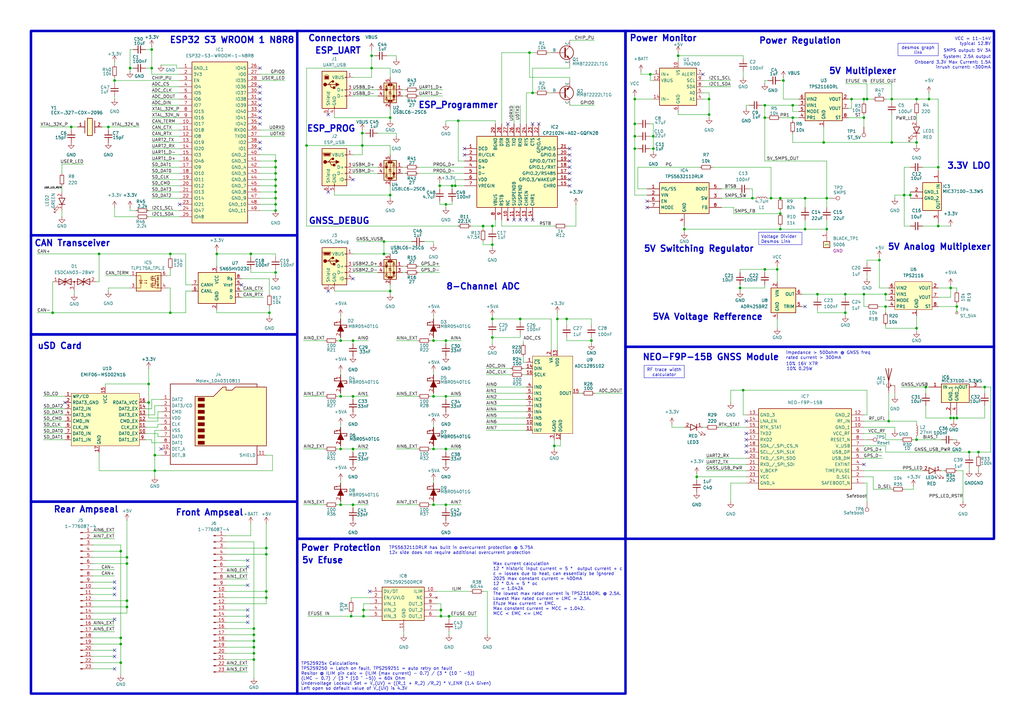
<source format=kicad_sch>
(kicad_sch (version 20250114) (generator "eeschema") (generator_version "9.0")
  (paper "A3")
  (title_block (title "SDM26 Datalogger") (date "2025-06-09") (rev "3.3") (company "Sun Devil Motorsports"))
  (rectangle (start 121.92 12.7) (end 256.54 220.98) (stroke (width 1.016)))
  (rectangle (start 12.7 205.74) (end 121.92 284.48) (stroke (width 1.016)))
  (rectangle (start 256.54 142.24) (end 407.67 220.98) (stroke (width 1.016)))
  (rectangle (start 256.54 12.7) (end 407.67 142.24) (stroke (width 1.016)))
  (rectangle (start 121.92 220.98) (end 256.54 284.48) (stroke (width 1.016)))
  (rectangle (start 12.7 137.16) (end 121.92 205.74) (stroke (width 1.016)))
  (rectangle (start 12.7 12.7) (end 121.92 96.52) (stroke (width 1.016)))
  (rectangle (start 12.7 96.52) (end 121.92 137.16) (stroke (width 1.016)))
  (text "Power Regulation" (at 311.15 18.288 0) (effects (font (size 2.54 2.54) (thickness 0.512) (bold yes)) (justify left bottom)))
  (text "5V Multiplexer" (at 339.852 30.734 0) (effects (font (size 2.54 2.54) (thickness 0.512) (bold yes)) (justify left bottom)))
  (text "CAN Transceiver" (at 13.97 101.346 0) (effects (font (size 2.54 2.54) (thickness 0.512) (bold yes)) (justify left bottom)))
  (text "10% 16V X7R" (at 322.326 150.114 0) (effects (font (size 1.27 1.27)) (justify left bottom)))
  (text "5v Efuse\n" (at 123.698 231.394 0) (effects (font (size 2.54 2.54) (thickness 0.512) (bold yes)) (justify left bottom)))
  (text "inrush current: ~300mA" (at 406.4 28.448 0) (effects (font (size 1.27 1.27)) (justify right bottom)))
  (text "5V Switching Regulator" (at 263.906 103.632 0) (effects (font (size 2.54 2.54) (thickness 0.512) (bold yes)) (justify left bottom)))
  (text "5V Analog Multiplexer" (at 363.982 102.87 0) (effects (font (size 2.54 2.54) (thickness 0.512) (bold yes)) (justify left bottom)))
  (text "ESP32 S3 WROOM 1 N8R8" (at 120.904 18.034 0) (effects (font (size 2.54 2.54) (thickness 0.512) (bold yes)) (justify right bottom)))
  (text "Power Monitor" (at 258.064 17.272 0) (effects (font (size 2.54 2.54) (thickness 0.512) (bold yes)) (justify left bottom)))
  (text "Connectors" (at 126.238 17.272 0) (effects (font (size 2.54 2.54) (thickness 0.512) (bold yes)) (justify left bottom)))
  (text "10% 0.25W" (at 322.58 152.146 0) (effects (font (size 1.27 1.27)) (justify left bottom)))
  (text "ESP_PROG" (at 125.73 54.356 0) (effects (font (size 2.54 2.54) (thickness 0.512) (bold yes)) (justify left bottom)))
  (text "Onboard 3.3V Max Current: 1.5A" (at 406.4 26.416 0) (effects (font (size 1.27 1.27)) (justify right bottom)))
  (text "impedance > 500ohm @ GNSS freq\nrated current > 300mA" (at 322.326 147.574 0) (effects (font (size 1.27 1.27)) (justify left bottom)))
  (text "Front Ampseal" (at 71.882 211.836 0) (effects (font (size 2.54 2.54) (thickness 0.512) (bold yes)) (justify left bottom)))
  (text "3.3V LDO" (at 388.366 69.596 0) (effects (font (size 2.54 2.54) (thickness 0.512) (bold yes)) (justify left bottom)))
  (text "VCC = 11-14V\ntypical 12.8V" (at 406.4 18.796 0) (effects (font (size 1.27 1.27)) (justify right bottom)))
  (text "GNSS_DEBUG" (at 126.492 92.202 0) (effects (font (size 2.54 2.54) (thickness 0.512) (bold yes)) (justify left bottom)))
  (text "Max current calculation\n12 * historic input current = 5 *  output current + c\nc = losses due to heat, can essentialy be ignored\n2025 max constant current = 400mA\n12 * 0.4 = 5 * oc\noc = 1.042A\nThe lowest max rated current is TPS2116DRL @ 2.5A.\nLowest Max rated current = LMC = 2.5A.\nEfuze Max current = EMC.\nMax constent current = MCC = 1.042.\nMCC < EMC <= LMC" (at 202.184 230.632 0) (effects (font (size 1.27 1.27)) (justify left top)))
  (text "ESP_UART" (at 129.032 22.352 0) (effects (font (size 2.54 2.54) (thickness 0.512) (bold yes)) (justify left bottom)))
  (text "TPS563211DRLR has built in overcurrent protection @ 5.75A\n12v side does not require additional overcurrent protection" (at 159.512 224.028 0) (effects (font (size 1.27 1.27)) (justify left top)))
  (text "8-Channel ADC" (at 182.88 119.126 0) (effects (font (size 2.54 2.54) (thickness 0.512) (bold yes)) (justify left bottom)))
  (text "uSD Card" (at 15.24 143.51 0) (effects (font (size 2.54 2.54) (thickness 0.512) (bold yes)) (justify left bottom)))
  (text "ESP_Programmer" (at 171.45 44.704 0) (effects (font (size 2.54 2.54) (thickness 0.512) (bold yes)) (justify left bottom)))
  (text "Power Protection" (at 123.19 226.314 0) (effects (font (size 2.54 2.54) (thickness 0.512) (bold yes)) (justify left bottom)))
  (text "5VA Voltage Refference " (at 267.462 131.572 0) (effects (font (size 2.54 2.54) (thickness 0.512) (bold yes)) (justify left bottom)))
  (text "SMPS output: 5V 3A" (at 406.4 21.59 0) (effects (font (size 1.27 1.27)) (justify right bottom)))
  (text "NEO-F9P-15B GNSS Module" (at 263.398 148.082 0) (effects (font (size 2.54 2.54) (thickness 0.512) (bold yes)) (justify left bottom)))
  (text "System: 2.5A output" (at 406.4 24.13 0) (effects (font (size 1.27 1.27)) (justify right bottom)))
  (text "Rear Ampseal\n" (at 21.844 210.566 0) (effects (font (size 2.54 2.54) (thickness 0.512) (bold yes)) (justify left bottom)))
  (text "TPS25925x Calculations\nTPS259250 = Latch on fault, TPS259251 = auto retry on fault\nResitor @ ILIM pin calc = (ILIM (max current) - 0.7) / (3 * (10 ^ -5))\n(LMC - 0.7) / (3 * (10 ^ -5)) = 60k Ohm\nUndervoltage Lockout Set = V_(UV) = ((R_1 + R_2) /R_2) * V_ENR (1.4 Given)\nLeft open so default value of V_(UV) is 4.3V\n" (at 123.444 271.526 0) (effects (font (size 1.27 1.27)) (justify left top)))
  (text_box "desmos graph link" (at 368.3 17.78 0) (size 16.51 5.08) (margins 0.9525 0.9525 0.9525 0.9525) (effects (font (size 1.27 1.27)) (justify top)))
  (text_box "Voltage Divider Desmos Link" (at 311.15 95.25 0) (size 17.78 5.08) (margins 0.9525 0.9525 0.9525 0.9525) (effects (font (size 1.27 1.27)) (justify left top)))
  (text_box "RF trace width calculator" (at 264.16 149.86 0) (size 16.51 5.08) (margins 0.9525 0.9525 0.9525 0.9525) (effects (font (size 1.27 1.27)) (justify top)))
  (junction (at 373.38 80.01))
  (junction (at 49.53 226.06))
  (junction (at 109.22 227.33))
  (junction (at 29.21 52.07))
  (junction (at 364.49 172.72))
  (junction (at 184.15 252.73))
  (junction (at 139.7 184.15))
  (junction (at 392.43 125.73))
  (junction (at 330.2 81.28))
  (junction (at 228.6 130.81))
  (junction (at 157.48 104.14))
  (junction (at 304.8 160.02))
  (junction (at 363.22 120.65))
  (junction (at 320.04 93.98))
  (junction (at 104.14 270.51))
  (junction (at 278.13 22.86))
  (junction (at 266.7 30.48))
  (junction (at 185.42 76.2))
  (junction (at 182.88 139.7))
  (junction (at 355.6 40.64))
  (junction (at 53.34 27.94))
  (junction (at 354.33 48.26))
  (junction (at 186.69 76.2))
  (junction (at 177.8 207.01))
  (junction (at 242.57 139.7))
  (junction (at 104.14 267.97))
  (junction (at 313.69 48.26))
  (junction (at 384.81 92.71))
  (junction (at 46.99 33.02))
  (junction (at 160.02 119.38))
  (junction (at 308.61 81.28))
  (junction (at 52.07 248.92))
  (junction (at 217.17 21.59))
  (junction (at 62.23 27.94))
  (junction (at 113.03 111.76))
  (junction (at 69.85 128.27))
  (junction (at 52.07 246.38))
  (junction (at 365.76 40.64))
  (junction (at 403.86 158.75))
  (junction (at 260.35 60.96))
  (junction (at 198.12 92.71))
  (junction (at 379.73 158.75))
  (junction (at 391.16 171.45))
  (junction (at 177.8 162.56))
  (junction (at 370.84 80.01))
  (junction (at 177.8 139.7))
  (junction (at 177.8 184.15))
  (junction (at 144.78 139.7))
  (junction (at 187.96 49.53))
  (junction (at 104.14 260.35))
  (junction (at 318.77 110.49))
  (junction (at 290.83 46.99))
  (junction (at 49.53 271.78))
  (junction (at 290.83 40.64))
  (junction (at 144.78 207.01))
  (junction (at 113.03 71.12))
  (junction (at 316.23 81.28))
  (junction (at 397.51 185.42))
  (junction (at 325.12 48.26))
  (junction (at 267.97 60.96))
  (junction (at 144.78 184.15))
  (junction (at 346.71 120.65))
  (junction (at 139.7 139.7))
  (junction (at 52.07 228.6))
  (junction (at 102.87 104.14))
  (junction (at 88.9 104.14))
  (junction (at 339.09 81.28))
  (junction (at 267.97 55.88))
  (junction (at 109.22 242.57))
  (junction (at 330.2 93.98))
  (junction (at 285.75 195.58))
  (junction (at 160.02 80.01))
  (junction (at 113.03 76.2))
  (junction (at 139.7 162.56))
  (junction (at 375.92 58.42))
  (junction (at 152.4 27.94))
  (junction (at 49.53 261.62))
  (junction (at 313.69 110.49))
  (junction (at 260.35 40.64))
  (junction (at 157.48 99.06))
  (junction (at 63.5 186.69))
  (junction (at 160.02 48.26))
  (junction (at 180.34 76.2))
  (junction (at 337.82 58.42))
  (junction (at 392.43 171.45))
  (junction (at 201.93 130.81))
  (junction (at 232.41 130.81))
  (junction (at 180.848 252.73))
  (junction (at 354.33 40.64))
  (junction (at 339.09 93.98))
  (junction (at 69.85 104.14))
  (junction (at 113.03 68.58))
  (junction (at 113.03 66.04))
  (junction (at 320.04 81.28))
  (junction (at 201.93 138.43))
  (junction (at 313.69 43.18))
  (junction (at 110.49 128.27))
  (junction (at 109.22 245.11))
  (junction (at 113.03 81.28))
  (junction (at 44.45 52.07))
  (junction (at 113.03 73.66))
  (junction (at 218.44 38.1))
  (junction (at 201.93 100.33))
  (junction (at 325.12 43.18))
  (junction (at 60.96 165.1))
  (junction (at 354.33 120.65))
  (junction (at 152.4 22.86))
  (junction (at 180.848 250.19))
  (junction (at 360.68 106.68))
  (junction (at 40.64 104.14))
  (junction (at 182.88 207.01))
  (junction (at 260.35 55.88))
  (junction (at 148.59 54.61))
  (junction (at 260.35 50.8))
  (junction (at 144.78 162.56))
  (junction (at 52.07 231.14))
  (junction (at 363.22 125.73))
  (junction (at 320.04 87.63))
  (junction (at 62.23 20.32))
  (junction (at 139.7 207.01))
  (junction (at 375.92 134.62))
  (junction (at 182.88 162.56))
  (junction (at 375.92 40.64))
  (junction (at 113.03 83.82))
  (junction (at 109.22 224.79))
  (junction (at 182.88 184.15))
  (junction (at 213.36 130.81))
  (junction (at 104.14 265.43))
  (junction (at 49.53 264.16))
  (junction (at 349.25 40.64))
  (junction (at 401.32 185.42))
  (junction (at 384.81 68.58))
  (junction (at 375.92 180.34))
  (junction (at 280.67 93.98))
  (junction (at 149.098 250.19))
  (junction (at 381 40.64))
  (junction (at 113.03 86.36))
  (junction (at 144.018 252.73))
  (junction (at 149.098 252.73))
  (junction (at 201.93 92.71))
  (junction (at 104.14 262.89))
  (junction (at 321.31 33.02))
  (junction (at 346.71 128.27))
  (junction (at 104.14 257.81))
  (junction (at 389.89 171.45))
  (junction (at 303.53 118.11))
  (junction (at 60.96 157.48))
  (junction (at 21.59 128.27))
  (junction (at 335.28 120.65))
  (junction (at 148.59 59.69))
  (junction (at 227.33 182.88))
  (junction (at 63.5 193.04))
  (junction (at 182.88 83.82))
  (junction (at 113.03 78.74))
  (junction (at 389.89 118.11))
  (junction (at 125.73 59.69))
  (junction (at 365.76 58.42))
  (no_connect (at 106.68 27.94))
  (no_connect (at 106.68 48.26))
  (no_connect (at 151.638 242.57))
  (no_connect (at 208.28 50.8))
  (no_connect (at 106.68 45.72))
  (no_connect (at 306.07 172.72))
  (no_connect (at 101.6 255.27))
  (no_connect (at 101.6 250.19))
  (no_connect (at 218.44 90.17))
  (no_connect (at 330.2 125.73))
  (no_connect (at 213.36 90.17))
  (no_connect (at 306.07 180.34))
  (no_connect (at 306.07 185.42))
  (no_connect (at 106.68 40.64))
  (no_connect (at 233.68 73.66))
  (no_connect (at 233.68 76.2))
  (no_connect (at 26.67 165.1))
  (no_connect (at 354.33 190.5))
  (no_connect (at 233.68 63.5))
  (no_connect (at 46.99 254))
  (no_connect (at 101.6 240.03))
  (no_connect (at 233.68 71.12))
  (no_connect (at 265.43 85.09))
  (no_connect (at 134.62 78.74))
  (no_connect (at 215.9 90.17))
  (no_connect (at 46.99 241.3))
  (no_connect (at 134.62 46.99))
  (no_connect (at 106.68 50.8))
  (no_connect (at 106.68 38.1))
  (no_connect (at 73.66 83.82))
  (no_connect (at 101.6 252.73))
  (no_connect (at 106.68 35.56))
  (no_connect (at 210.82 90.17))
  (no_connect (at 46.99 269.24))
  (no_connect (at 66.04 184.15))
  (no_connect (at 218.44 50.8))
  (no_connect (at 144.78 114.3))
  (no_connect (at 101.6 229.87))
  (no_connect (at 144.78 73.66))
  (no_connect (at 46.99 266.7))
  (no_connect (at 46.99 243.84))
  (no_connect (at 288.29 30.48))
  (no_connect (at 46.99 238.76))
  (no_connect (at 134.62 119.38))
  (no_connect (at 306.07 182.88))
  (no_connect (at 106.68 43.18))
  (no_connect (at 190.5 60.96))
  (no_connect (at 99.06 116.84))
  (no_connect (at 106.68 60.96))
  (no_connect (at 306.07 177.8))
  (no_connect (at 106.68 58.42))
  (no_connect (at 233.68 68.58))
  (no_connect (at 233.68 66.04))
  (no_connect (at 220.98 50.8))
  (no_connect (at 233.68 60.96))
  (no_connect (at 265.43 82.55))
  (no_connect (at 101.6 232.41))
  (no_connect (at 190.5 63.5))
  (no_connect (at 46.99 274.32))
  (wire (pts (xy 278.13 21.59) (xy 278.13 22.86)))
  (wire (pts (xy 367.03 162.56) (xy 367.03 161.29)))
  (wire (pts (xy 92.71 255.27) (xy 101.6 255.27)))
  (wire (pts (xy 354.33 195.58) (xy 358.14 195.58)))
  (wire (pts (xy 180.34 109.22) (xy 171.45 109.22)))
  (wire (pts (xy 363.22 125.73) (xy 363.22 128.27)))
  (wire (pts (xy 92.71 275.59) (xy 101.6 275.59)))
  (wire (pts (xy 237.49 161.29) (xy 238.76 161.29)))
  (wire (pts (xy 68.58 118.11) (xy 69.85 118.11)))
  (wire (pts (xy 69.85 113.03) (xy 69.85 110.49)))
  (wire (pts (xy 62.23 68.58) (xy 73.66 68.58)))
  (wire (pts (xy 177.8 139.7) (xy 177.8 138.43)))
  (wire (pts (xy 318.77 130.81) (xy 318.77 134.62)))
  (wire (pts (xy 355.6 40.64) (xy 355.6 34.29)))
  (wire (pts (xy 38.1 251.46) (xy 52.07 251.46)))
  (wire (pts (xy 182.88 162.56) (xy 189.23 162.56)))
  (wire (pts (xy 280.67 93.98) (xy 280.67 92.71)))
  (wire (pts (xy 363.22 123.19) (xy 363.22 120.65)))
  (wire (pts (xy 313.69 43.18) (xy 325.12 43.18)))
  (wire (pts (xy 214.63 153.67) (xy 215.9 153.67)))
  (wire (pts (xy 354.33 40.64) (xy 354.33 41.91)))
  (wire (pts (xy 327.66 40.64) (xy 321.31 40.64)))
  (wire (pts (xy 54.61 20.32) (xy 53.34 20.32)))
  (wire (pts (xy 375.92 58.42) (xy 375.92 59.69)))
  (wire (pts (xy 160.02 119.38) (xy 160.02 120.65)))
  (wire (pts (xy 182.88 207.01) (xy 189.23 207.01)))
  (wire (pts (xy 144.78 104.14) (xy 157.48 104.14)))
  (wire (pts (xy 199.39 151.13) (xy 209.55 151.13)))
  (wire (pts (xy 16.51 52.07) (xy 29.21 52.07)))
  (wire (pts (xy 104.14 265.43) (xy 104.14 267.97)))
  (wire (pts (xy 262.89 30.48) (xy 266.7 30.48)))
  (wire (pts (xy 111.76 186.69) (xy 111.76 193.04)))
  (wire (pts (xy 198.12 100.33) (xy 201.93 100.33)))
  (wire (pts (xy 199.39 158.75) (xy 215.9 158.75)))
  (wire (pts (xy 261.62 55.88) (xy 260.35 55.88)))
  (wire (pts (xy 46.99 85.09) (xy 46.99 88.9)))
  (wire (pts (xy 349.25 40.64) (xy 349.25 44.45)))
  (wire (pts (xy 62.23 76.2) (xy 73.66 76.2)))
  (wire (pts (xy 295.91 81.28) (xy 308.61 81.28)))
  (wire (pts (xy 92.71 219.71) (xy 102.87 219.71)))
  (wire (pts (xy 92.71 234.95) (xy 101.6 234.95)))
  (wire (pts (xy 198.12 92.71) (xy 201.93 92.71)))
  (wire (pts (xy 232.41 139.7) (xy 242.57 139.7)))
  (wire (pts (xy 375.92 172.72) (xy 375.92 173.99)))
  (wire (pts (xy 198.12 99.06) (xy 198.12 100.33)))
  (wire (pts (xy 76.2 104.14) (xy 76.2 116.84)))
  (wire (pts (xy 40.64 193.04) (xy 63.5 193.04)))
  (wire (pts (xy 124.46 162.56) (xy 133.35 162.56)))
  (wire (pts (xy 38.1 259.08) (xy 46.99 259.08)))
  (wire (pts (xy 66.04 166.37) (xy 63.5 166.37)))
  (wire (pts (xy 38.1 233.68) (xy 46.99 233.68)))
  (wire (pts (xy 177.8 139.7) (xy 182.88 139.7)))
  (wire (pts (xy 17.78 162.56) (xy 26.67 162.56)))
  (wire (pts (xy 201.93 138.43) (xy 201.93 140.97)))
  (wire (pts (xy 199.898 242.57) (xy 199.898 260.35)))
  (wire (pts (xy 59.69 167.64) (xy 62.23 167.64)))
  (wire (pts (xy 137.16 80.01) (xy 137.16 78.74)))
  (wire (pts (xy 290.83 38.1) (xy 288.29 38.1)))
  (wire (pts (xy 38.1 220.98) (xy 46.99 220.98)))
  (wire (pts (xy 92.71 224.79) (xy 109.22 224.79)))
  (wire (pts (xy 280.67 93.98) (xy 320.04 93.98)))
  (wire (pts (xy 138.43 139.7) (xy 139.7 139.7)))
  (wire (pts (xy 228.6 130.81) (xy 228.6 143.51)))
  (wire (pts (xy 104.14 257.81) (xy 104.14 260.35)))
  (wire (pts (xy 320.04 86.36) (xy 320.04 87.63)))
  (wire (pts (xy 365.76 34.29) (xy 356.87 34.29)))
  (wire (pts (xy 106.68 68.58) (xy 113.03 68.58)))
  (wire (pts (xy 25.4 76.2) (xy 25.4 78.74)))
  (wire (pts (xy 139.7 129.54) (xy 139.7 130.81)))
  (wire (pts (xy 392.43 124.46) (xy 392.43 125.73)))
  (wire (pts (xy 325.12 48.26) (xy 327.66 48.26)))
  (wire (pts (xy 354.33 120.65) (xy 363.22 120.65)))
  (wire (pts (xy 275.59 173.99) (xy 275.59 175.26)))
  (wire (pts (xy 190.5 66.04) (xy 187.96 66.04)))
  (wire (pts (xy 403.86 158.75) (xy 406.4 158.75)))
  (wire (pts (xy 180.34 76.2) (xy 180.34 77.47)))
  (wire (pts (xy 63.5 166.37) (xy 63.5 170.18)))
  (wire (pts (xy 144.78 185.42) (xy 144.78 184.15)))
  (wire (pts (xy 401.32 185.42) (xy 406.4 185.42)))
  (wire (pts (xy 88.9 104.14) (xy 88.9 109.22)))
  (wire (pts (xy 303.53 118.11) (xy 303.53 119.38)))
  (wire (pts (xy 106.68 76.2) (xy 113.03 76.2)))
  (wire (pts (xy 313.69 66.04) (xy 339.09 66.04)))
  (wire (pts (xy 375.92 134.62) (xy 363.22 134.62)))
  (wire (pts (xy 233.68 31.75) (xy 233.68 33.02)))
  (wire (pts (xy 185.42 76.2) (xy 185.42 77.47)))
  (wire (pts (xy 62.23 35.56) (xy 73.66 35.56)))
  (wire (pts (xy 38.1 271.78) (xy 49.53 271.78)))
  (wire (pts (xy 355.6 125.73) (xy 354.33 125.73)))
  (wire (pts (xy 64.77 179.07) (xy 66.04 179.07)))
  (wire (pts (xy 185.42 76.2) (xy 186.69 76.2)))
  (wire (pts (xy 184.15 259.08) (xy 184.15 260.35)))
  (wire (pts (xy 38.1 223.52) (xy 49.53 223.52)))
  (wire (pts (xy 242.57 138.43) (xy 242.57 139.7)))
  (wire (pts (xy 187.96 49.53) (xy 187.96 66.04)))
  (wire (pts (xy 73.66 27.94) (xy 72.39 27.94)))
  (wire (pts (xy 363.22 180.34) (xy 363.22 177.8)))
  (wire (pts (xy 288.29 35.56) (xy 299.72 35.56)))
  (wire (pts (xy 110.49 128.27) (xy 110.49 129.54)))
  (wire (pts (xy 15.24 128.27) (xy 21.59 128.27)))
  (wire (pts (xy 365.76 40.64) (xy 375.92 40.64)))
  (wire (pts (xy 201.93 99.06) (xy 201.93 100.33)))
  (wire (pts (xy 278.13 45.72) (xy 278.13 46.99)))
  (wire (pts (xy 139.7 152.4) (xy 139.7 153.67)))
  (wire (pts (xy 384.81 68.58) (xy 384.81 69.85)))
  (wire (pts (xy 38.1 246.38) (xy 52.07 246.38)))
  (wire (pts (xy 62.23 48.26) (xy 73.66 48.26)))
  (wire (pts (xy 360.68 125.73) (xy 363.22 125.73)))
  (wire (pts (xy 46.99 39.37) (xy 46.99 40.64)))
  (wire (pts (xy 165.1 36.83) (xy 166.37 36.83)))
  (wire (pts (xy 113.03 111.76) (xy 113.03 113.03)))
  (wire (pts (xy 46.99 88.9) (xy 55.88 88.9)))
  (wire (pts (xy 43.18 158.75) (xy 43.18 157.48)))
  (wire (pts (xy 162.56 139.7) (xy 171.45 139.7)))
  (wire (pts (xy 149.098 250.19) (xy 149.098 247.65)))
  (wire (pts (xy 62.23 55.88) (xy 73.66 55.88)))
  (wire (pts (xy 370.84 68.58) (xy 373.38 68.58)))
  (wire (pts (xy 162.56 54.61) (xy 162.56 55.88)))
  (wire (pts (xy 266.7 33.02) (xy 267.97 33.02)))
  (wire (pts (xy 214.63 139.7) (xy 214.63 140.97)))
  (wire (pts (xy 53.34 20.32) (xy 53.34 27.94)))
  (wire (pts (xy 148.59 54.61) (xy 148.59 59.69)))
  (wire (pts (xy 304.8 160.02) (xy 304.8 170.18)))
  (wire (pts (xy 354.33 175.26) (xy 367.03 175.26)))
  (wire (pts (xy 124.46 139.7) (xy 133.35 139.7)))
  (wire (pts (xy 182.88 83.82) (xy 182.88 85.09)))
  (wire (pts (xy 92.71 250.19) (xy 101.6 250.19)))
  (wire (pts (xy 182.88 184.15) (xy 189.23 184.15)))
  (wire (pts (xy 316.23 81.28) (xy 320.04 81.28)))
  (wire (pts (xy 106.68 81.28) (xy 113.03 81.28)))
  (wire (pts (xy 260.35 80.01) (xy 265.43 80.01)))
  (wire (pts (xy 210.82 50.8) (xy 210.82 43.18)))
  (wire (pts (xy 73.66 63.5) (xy 62.23 63.5)))
  (wire (pts (xy 349.25 40.64) (xy 354.33 40.64)))
  (wire (pts (xy 335.28 128.27) (xy 335.28 127)))
  (wire (pts (xy 76.2 116.84) (xy 78.74 116.84)))
  (wire (pts (xy 144.78 207.01) (xy 151.13 207.01)))
  (wire (pts (xy 288.29 175.26) (xy 289.56 175.26)))
  (wire (pts (xy 40.64 104.14) (xy 69.85 104.14)))
  (wire (pts (xy 17.78 180.34) (xy 26.67 180.34)))
  (wire (pts (xy 62.23 58.42) (xy 73.66 58.42)))
  (wire (pts (xy 375.92 57.15) (xy 375.92 58.42)))
  (wire (pts (xy 41.91 52.07) (xy 44.45 52.07)))
  (wire (pts (xy 367.03 80.01) (xy 367.03 81.28)))
  (wire (pts (xy 126.238 252.73) (xy 144.018 252.73)))
  (wire (pts (xy 137.16 80.01) (xy 160.02 80.01)))
  (wire (pts (xy 176.53 207.01) (xy 177.8 207.01)))
  (wire (pts (xy 125.73 59.69) (xy 148.59 59.69)))
  (wire (pts (xy 325.12 45.72) (xy 327.66 45.72)))
  (wire (pts (xy 186.69 76.2) (xy 190.5 76.2)))
  (wire (pts (xy 109.22 186.69) (xy 111.76 186.69)))
  (wire (pts (xy 355.6 198.12) (xy 355.6 205.74)))
  (wire (pts (xy 165.608 259.08) (xy 165.608 260.35)))
  (wire (pts (xy 125.73 59.69) (xy 125.73 92.71)))
  (wire (pts (xy 144.018 245.11) (xy 151.638 245.11)))
  (wire (pts (xy 109.22 245.11) (xy 109.22 247.65)))
  (wire (pts (xy 49.53 261.62) (xy 49.53 264.16)))
  (wire (pts (xy 102.87 104.14) (xy 113.03 104.14)))
  (wire (pts (xy 233.68 27.94) (xy 233.68 26.67)))
  (wire (pts (xy 104.14 270.51) (xy 104.14 278.13)))
  (wire (pts (xy 59.69 27.94) (xy 62.23 27.94)))
  (wire (pts (xy 144.78 162.56) (xy 151.13 162.56)))
  (wire (pts (xy 384.81 118.11) (xy 389.89 118.11)))
  (wire (pts (xy 63.5 193.04) (xy 111.76 193.04)))
  (wire (pts (xy 354.33 48.26) (xy 354.33 46.99)))
  (wire (pts (xy 104.14 222.25) (xy 104.14 257.81)))
  (wire (pts (xy 397.51 186.69) (xy 397.51 185.42)))
  (wire (pts (xy 290.83 40.64) (xy 290.83 46.99)))
  (wire (pts (xy 148.59 59.69) (xy 148.59 63.5)))
  (wire (pts (xy 375.92 179.07) (xy 375.92 180.34)))
  (wire (pts (xy 363.22 185.42) (xy 363.22 182.88)))
  (wire (pts (xy 285.75 195.58) (xy 285.75 194.31)))
  (wire (pts (xy 233.68 16.51) (xy 243.84 16.51)))
  (wire (pts (xy 144.018 245.11) (xy 144.018 246.38)))
  (wire (pts (xy 162.56 22.86) (xy 162.56 24.13)))
  (wire (pts (xy 113.03 110.49) (xy 113.03 111.76)))
  (wire (pts (xy 64.77 168.91) (xy 64.77 172.72)))
  (wire (pts (xy 325.12 54.61) (xy 325.12 58.42)))
  (wire (pts (xy 370.84 80.01) (xy 367.03 80.01)))
  (wire (pts (xy 157.48 104.14) (xy 160.02 104.14)))
  (wire (pts (xy 375.92 134.62) (xy 375.92 135.89)))
  (wire (pts (xy 171.45 39.37) (xy 181.61 39.37)))
  (wire (pts (xy 303.53 111.76) (xy 303.53 110.49)))
  (wire (pts (xy 160.02 76.2) (xy 160.02 80.01)))
  (wire (pts (xy 55.88 86.36) (xy 53.34 86.36)))
  (wire (pts (xy 160.02 44.45) (xy 160.02 48.26)))
  (wire (pts (xy 199.39 168.91) (xy 215.9 168.91)))
  (wire (pts (xy 365.76 46.99) (xy 365.76 58.42)))
  (wire (pts (xy 144.78 36.83) (xy 154.94 36.83)))
  (wire (pts (xy 62.23 163.83) (xy 66.04 163.83)))
  (wire (pts (xy 99.06 119.38) (xy 107.95 119.38)))
  (wire (pts (xy 182.88 139.7) (xy 189.23 139.7)))
  (wire (pts (xy 40.64 185.42) (xy 40.64 193.04)))
  (wire (pts (xy 106.68 86.36) (xy 113.03 86.36)))
  (wire (pts (xy 214.63 148.59) (xy 214.63 146.05)))
  (wire (pts (xy 177.8 207.01) (xy 177.8 205.74)))
  (wire (pts (xy 144.78 139.7) (xy 151.13 139.7)))
  (wire (pts (xy 354.33 198.12) (xy 355.6 198.12)))
  (wire (pts (xy 307.34 77.47) (xy 308.61 77.47)))
  (wire (pts (xy 328.93 120.65) (xy 335.28 120.65)))
  (wire (pts (xy 375.92 46.99) (xy 375.92 49.53)))
  (wire (pts (xy 347.98 40.64) (xy 349.25 40.64)))
  (wire (pts (xy 358.14 200.66) (xy 365.76 200.66)))
  (wire (pts (xy 165.1 39.37) (xy 166.37 39.37)))
  (wire (pts (xy 38.1 228.6) (xy 52.07 228.6)))
  (wire (pts (xy 113.03 104.14) (xy 113.03 105.41)))
  (wire (pts (xy 66.04 173.99) (xy 64.77 173.99)))
  (wire (pts (xy 355.6 107.95) (xy 355.6 106.68)))
  (wire (pts (xy 201.93 100.33) (xy 201.93 101.6)))
  (wire (pts (xy 38.1 264.16) (xy 49.53 264.16)))
  (wire (pts (xy 355.6 40.64) (xy 358.14 40.64)))
  (wire (pts (xy 38.1 226.06) (xy 49.53 226.06)))
  (wire (pts (xy 364.49 161.29) (xy 364.49 172.72)))
  (wire (pts (xy 138.43 207.01) (xy 139.7 207.01)))
  (wire (pts (xy 15.24 104.14) (xy 40.64 104.14)))
  (wire (pts (xy 106.68 78.74) (xy 113.03 78.74)))
  (wire (pts (xy 384.81 121.92) (xy 389.89 121.92)))
  (wire (pts (xy 40.64 104.14) (xy 40.64 115.57)))
  (wire (pts (xy 62.23 50.8) (xy 73.66 50.8)))
  (wire (pts (xy 92.71 247.65) (xy 109.22 247.65)))
  (wire (pts (xy 199.39 171.45) (xy 215.9 171.45)))
  (wire (pts (xy 92.71 237.49) (xy 101.6 237.49)))
  (wire (pts (xy 370.84 80.01) (xy 370.84 92.71)))
  (wire (pts (xy 144.018 252.73) (xy 149.098 252.73)))
  (wire (pts (xy 354.33 177.8) (xy 363.22 177.8)))
  (wire (pts (xy 355.6 106.68) (xy 360.68 106.68)))
  (wire (pts (xy 66.04 168.91) (xy 64.77 168.91)))
  (wire (pts (xy 232.41 130.81) (xy 228.6 130.81)))
  (wire (pts (xy 285.75 195.58) (xy 306.07 195.58)))
  (wire (pts (xy 260.35 60.96) (xy 260.35 80.01)))
  (wire (pts (xy 88.9 104.14) (xy 102.87 104.14)))
  (wire (pts (xy 213.36 50.8) (xy 213.36 43.18)))
  (wire (pts (xy 176.53 162.56) (xy 177.8 162.56)))
  (wire (pts (xy 278.13 22.86) (xy 278.13 25.4)))
  (wire (pts (xy 53.34 113.03) (xy 43.18 113.03)))
  (wire (pts (xy 260.35 55.88) (xy 260.35 60.96)))
  (wire (pts (xy 62.23 60.96) (xy 73.66 60.96)))
  (wire (pts (xy 313.69 48.26) (xy 313.69 66.04)))
  (wire (pts (xy 218.44 27.94) (xy 218.44 38.1)))
  (wire (pts (xy 180.34 111.76) (xy 171.45 111.76)))
  (wire (pts (xy 104.14 260.35) (xy 104.14 262.89)))
  (wire (pts (xy 236.22 92.71) (xy 236.22 83.82)))
  (wire (pts (xy 113.03 76.2) (xy 113.03 78.74)))
  (wire (pts (xy 29.21 53.34) (xy 29.21 52.07)))
  (wire (pts (xy 294.64 175.26) (xy 306.07 175.26)))
  (wire (pts (xy 69.85 105.41) (xy 69.85 104.14)))
  (wire (pts (xy 391.16 171.45) (xy 392.43 171.45)))
  (wire (pts (xy 52.07 246.38) (xy 52.07 248.92)))
  (wire (pts (xy 144.78 31.75) (xy 152.4 31.75)))
  (wire (pts (xy 124.46 184.15) (xy 133.35 184.15)))
  (wire (pts (xy 313.69 33.02) (xy 314.96 33.02)))
  (wire (pts (xy 106.68 30.48) (xy 116.84 30.48)))
  (wire (pts (xy 363.22 40.64) (xy 365.76 40.64)))
  (wire (pts (xy 44.45 52.07) (xy 57.15 52.07)))
  (wire (pts (xy 66.04 26.67) (xy 72.39 26.67)))
  (wire (pts (xy 60.96 165.1) (xy 60.96 157.48)))
  (wire (pts (xy 38.1 241.3) (xy 46.99 241.3)))
  (wire (pts (xy 361.95 187.96) (xy 354.33 187.96)))
  (wire (pts (xy 295.91 77.47) (xy 302.26 77.47)))
  (wire (pts (xy 102.87 214.63) (xy 102.87 219.71)))
  (wire (pts (xy 46.99 33.02) (xy 46.99 34.29)))
  (wire (pts (xy 205.74 92.71) (xy 227.33 92.71)))
  (wire (pts (xy 374.65 180.34) (xy 375.92 180.34)))
  (wire (pts (xy 304.8 160.02) (xy 355.6 160.02)))
  (wire (pts (xy 125.73 27.94) (xy 125.73 59.69)))
  (wire (pts (xy 144.78 184.15) (xy 139.7 184.15)))
  (wire (pts (xy 66.04 176.53) (xy 63.5 176.53)))
  (wire (pts (xy 92.71 222.25) (xy 104.14 222.25)))
  (wire (pts (xy 144.78 140.97) (xy 144.78 139.7)))
  (wire (pts (xy 139.7 162.56) (xy 144.78 162.56)))
  (wire (pts (xy 180.34 83.82) (xy 182.88 83.82)))
  (wire (pts (xy 92.71 240.03) (xy 101.6 240.03)))
  (wire (pts (xy 304.8 29.21) (xy 304.8 31.75)))
  (wire (pts (xy 148.59 53.34) (xy 148.59 54.61)))
  (wire (pts (xy 38.1 243.84) (xy 46.99 243.84)))
  (wire (pts (xy 139.7 173.99) (xy 139.7 175.26)))
  (wire (pts (xy 72.39 26.67) (xy 72.39 27.94)))
  (wire (pts (xy 106.68 73.66) (xy 113.03 73.66)))
  (wire (pts (xy 320.04 33.02) (xy 321.31 33.02)))
  (wire (pts (xy 392.43 170.18) (xy 392.43 171.45)))
  (wire (pts (xy 335.28 120.65) (xy 346.71 120.65)))
  (wire (pts (xy 92.71 273.05) (xy 101.6 273.05)))
  (wire (pts (xy 92.71 265.43) (xy 104.14 265.43)))
  (wire (pts (xy 180.34 76.2) (xy 180.34 74.93)))
  (wire (pts (xy 292.1 68.58) (xy 316.23 68.58)))
  (wire (pts (xy 21.59 128.27) (xy 69.85 128.27)))
  (wire (pts (xy 38.1 236.22) (xy 46.99 236.22)))
  (wire (pts (xy 185.42 83.82) (xy 185.42 82.55)))
  (wire (pts (xy 373.38 80.01) (xy 370.84 80.01)))
  (wire (pts (xy 229.87 182.88) (xy 227.33 182.88)))
  (wire (pts (xy 397.51 185.42) (xy 401.32 185.42)))
  (wire (pts (xy 144.78 208.28) (xy 144.78 207.01)))
  (wire (pts (xy 363.22 125.73) (xy 364.49 125.73)))
  (wire (pts (xy 242.57 133.35) (xy 242.57 130.81)))
  (wire (pts (xy 152.4 22.86) (xy 153.67 22.86)))
  (wire (pts (xy 49.53 271.78) (xy 49.53 276.86)))
  (wire (pts (xy 201.93 92.71) (xy 201.93 93.98)))
  (wire (pts (xy 92.71 245.11) (xy 109.22 245.11)))
  (wire (pts (xy 363.22 120.65) (xy 364.49 120.65)))
  (wire (pts (xy 182.88 162.56) (xy 182.88 163.83)))
  (wire (pts (xy 339.09 81.28) (xy 339.09 85.09)))
  (wire (pts (xy 60.96 88.9) (xy 73.66 88.9)))
  (wire (pts (xy 346.71 128.27) (xy 346.71 127)))
  (wire (pts (xy 113.03 66.04) (xy 113.03 68.58)))
  (wire (pts (xy 217.17 21.59) (xy 219.71 21.59)))
  (wire (pts (xy 59.69 180.34) (xy 62.23 180.34)))
  (wire (pts (xy 149.098 250.19) (xy 151.638 250.19)))
  (wire (pts (xy 199.39 173.99) (xy 215.9 173.99)))
  (wire (pts (xy 139.7 184.15) (xy 139.7 182.88)))
  (wire (pts (xy 337.82 52.07) (xy 337.82 58.42)))
  (wire (pts (xy 347.98 48.26) (xy 354.33 48.26)))
  (wire (pts (xy 389.89 170.18) (xy 389.89 171.45)))
  (wire (pts (xy 261.62 50.8) (xy 260.35 50.8)))
  (wire (pts (xy 38.1 261.62) (xy 49.53 261.62)))
  (wire (pts (xy 46.99 33.02) (xy 46.99 31.75)))
  (wire (pts (xy 69.85 128.27) (xy 76.2 128.27)))
  (wire (pts (xy 389.89 118.11) (xy 389.89 116.84)))
  (wire (pts (xy 102.87 111.76) (xy 102.87 110.49)))
  (wire (pts (xy 265.43 77.47) (xy 261.62 77.47)))
  (wire (pts (xy 260.35 50.8) (xy 260.35 55.88)))
  (wire (pts (xy 243.84 161.29) (xy 255.27 161.29)))
  (wire (pts (xy 335.28 120.65) (xy 335.28 121.92)))
  (wire (pts (xy 392.43 118.11) (xy 389.89 118.11)))
  (wire (pts (xy 346.71 129.54) (xy 346.71 128.27)))
  (wire (pts (xy 139.7 139.7) (xy 139.7 138.43)))
  (wire (pts (xy 109.22 214.63) (xy 109.22 224.79)))
  (wire (pts (xy 63.5 176.53) (xy 63.5 186.69)))
  (wire (pts (xy 335.28 128.27) (xy 346.71 128.27)))
  (wire (pts (xy 106.68 66.04) (xy 113.03 66.04)))
  (wire (pts (xy 214.63 151.13) (xy 215.9 151.13)))
  (wire (pts (xy 186.69 73.66) (xy 186.69 76.2)))
  (wire (pts (xy 299.72 160.02) (xy 299.72 165.1)))
  (wire (pts (xy 162.56 184.15) (xy 171.45 184.15)))
  (wire (pts (xy 92.71 232.41) (xy 101.6 232.41)))
  (wire (pts (xy 92.71 252.73) (xy 101.6 252.73)))
  (wire (pts (xy 92.71 270.51) (xy 104.14 270.51)))
  (wire (pts (xy 261.62 77.47) (xy 261.62 68.58)))
  (wire (pts (xy 370.84 68.58) (xy 370.84 80.01)))
  (wire (pts (xy 308.61 77.47) (xy 308.61 81.28)))
  (wire (pts (xy 138.43 162.56) (xy 139.7 162.56)))
  (wire (pts (xy 144.78 109.22) (xy 154.94 109.22)))
  (wire (pts (xy 109.22 224.79) (xy 109.22 227.33)))
  (wire (pts (xy 260.35 40.64) (xy 267.97 40.64)))
  (wire (pts (xy 339.09 81.28) (xy 330.2 81.28)))
  (wire (pts (xy 59.69 175.26) (xy 64.77 175.26)))
  (wire (pts (xy 267.97 50.8) (xy 267.97 55.88)))
  (wire (pts (xy 320.04 48.26) (xy 325.12 48.26)))
  (wire (pts (xy 139.7 139.7) (xy 144.78 139.7)))
  (wire (pts (xy 267.97 60.96) (xy 267.97 62.23)))
  (wire (pts (xy 160.02 59.69) (xy 160.02 63.5)))
  (wire (pts (xy 177.8 184.15) (xy 177.8 182.88)))
  (wire (pts (xy 99.06 121.92) (xy 107.95 121.92)))
  (wire (pts (xy 182.88 49.53) (xy 187.96 49.53)))
  (wire (pts (xy 346.71 34.29) (xy 355.6 34.29)))
  (wire (pts (xy 233.68 27.94) (xy 218.44 27.94)))
  (wire (pts (xy 320.04 93.98) (xy 330.2 93.98)))
  (wire (pts (xy 160.02 81.28) (xy 160.02 80.01)))
  (wire (pts (xy 354.33 172.72) (xy 364.49 172.72)))
  (wire (pts (xy 113.03 78.74) (xy 113.03 81.28)))
  (wire (pts (xy 339.09 90.17) (xy 339.09 93.98)))
  (wire (pts (xy 148.59 59.69) (xy 160.02 59.69)))
  (wire (pts (xy 64.77 173.99) (xy 64.77 175.26)))
  (wire (pts (xy 182.88 139.7) (xy 182.88 140.97)))
  (wire (pts (xy 321.31 33.02) (xy 321.31 40.64)))
  (wire (pts (xy 198.12 93.98) (xy 198.12 92.71)))
  (wire (pts (xy 17.78 170.18) (xy 26.67 170.18)))
  (wire (pts (xy 144.78 71.12) (xy 154.94 71.12)))
  (wire (pts (xy 149.098 252.73) (xy 149.098 250.19)))
  (wire (pts (xy 62.23 66.04) (xy 73.66 66.04)))
  (wire (pts (xy 43.18 157.48) (xy 60.96 157.48)))
  (wire (pts (xy 53.34 27.94) (xy 54.61 27.94)))
  (wire (pts (xy 165.1 71.12) (xy 166.37 71.12)))
  (wire (pts (xy 177.8 207.01) (xy 182.88 207.01)))
  (wire (pts (xy 227.33 182.88) (xy 227.33 184.15)))
  (wire (pts (xy 62.23 45.72) (xy 73.66 45.72)))
  (wire (pts (xy 364.49 118.11) (xy 360.68 118.11)))
  (wire (pts (xy 165.1 68.58) (xy 166.37 68.58)))
  (wire (pts (xy 177.8 99.06) (xy 177.8 100.33)))
  (wire (pts (xy 104.14 267.97) (xy 104.14 270.51)))
  (wire (pts (xy 182.88 184.15) (xy 182.88 185.42)))
  (wire (pts (xy 162.56 162.56) (xy 171.45 162.56)))
  (wire (pts (xy 62.23 43.18) (xy 73.66 43.18)))
  (wire (pts (xy 232.41 133.35) (xy 232.41 130.81)))
  (wire (pts (xy 313.69 111.76) (xy 313.69 110.49)))
  (wire (pts (xy 224.79 38.1) (xy 226.06 38.1)))
  (wire (pts (xy 261.62 60.96) (xy 260.35 60.96)))
  (wire (pts (xy 306.07 170.18) (xy 304.8 170.18)))
  (wire (pts (xy 325.12 48.26) (xy 325.12 49.53)))
  (wire (pts (xy 379.73 166.37) (xy 379.73 171.45)))
  (wire (pts (xy 214.63 148.59) (xy 215.9 148.59)))
  (wire (pts (xy 144.78 162.56) (xy 144.78 163.83)))
  (wire (pts (xy 76.2 128.27) (xy 76.2 119.38)))
  (wire (pts (xy 106.68 83.82) (xy 113.03 83.82)))
  (wire (pts (xy 384.81 92.71) (xy 384.81 91.44)))
  (wire (pts (xy 44.45 53.34) (xy 44.45 52.07)))
  (wire (pts (xy 106.68 63.5) (xy 113.03 63.5)))
  (wire (pts (xy 313.69 43.18) (xy 313.69 48.26)))
  (wire (pts (xy 160.02 116.84) (xy 160.02 119.38)))
  (wire (pts (xy 59.69 20.32) (xy 62.23 20.32)))
  (wire (pts (xy 62.23 40.64) (xy 73.66 40.64)))
  (wire (pts (xy 313.69 118.11) (xy 303.53 118.11)))
  (wire (pts (xy 180.34 82.55) (xy 180.34 83.82)))
  (wire (pts (xy 288.29 33.02) (xy 299.72 33.02)))
  (wire (pts (xy 199.39 163.83) (xy 215.9 163.83)))
  (wire (pts (xy 38.1 218.44) (xy 46.99 218.44)))
  (wire (pts (xy 92.71 257.81) (xy 104.14 257.81)))
  (wire (pts (xy 199.39 176.53) (xy 215.9 176.53)))
  (wire (pts (xy 109.22 227.33) (xy 109.22 242.57)))
  (wire (pts (xy 171.45 36.83) (xy 181.61 36.83)))
  (wire (pts (xy 346.71 120.65) (xy 346.71 121.92)))
  (wire (pts (xy 149.098 247.65) (xy 151.638 247.65)))
  (wire (pts (xy 290.83 46.99) (xy 290.83 48.26)))
  (wire (pts (xy 320.04 87.63) (xy 300.99 87.63)))
  (wire (pts (xy 63.5 193.04) (xy 63.5 195.58)))
  (wire (pts (xy 17.78 172.72) (xy 26.67 172.72)))
  (wire (pts (xy 201.93 137.16) (xy 201.93 138.43)))
  (wire (pts (xy 384.81 40.64) (xy 384.81 68.58)))
  (wire (pts (xy 364.49 123.19) (xy 363.22 123.19)))
  (wire (pts (xy 215.9 38.1) (xy 218.44 38.1)))
  (wire (pts (xy 179.07 252.73) (xy 180.848 252.73)))
  (wire (pts (xy 176.53 139.7) (xy 177.8 139.7)))
  (wire (pts (xy 184.15 252.73) (xy 184.15 254)))
  (wire (pts (xy 215.9 50.8) (xy 215.9 38.1)))
  (wire (pts (xy 62.23 73.66) (xy 73.66 73.66)))
  (wire (pts (xy 325.12 43.18) (xy 327.66 43.18)))
  (wire (pts (xy 138.43 184.15) (xy 139.7 184.15)))
  (wire (pts (xy 62.23 20.32) (xy 62.23 27.94)))
  (wire (pts (xy 290.83 40.64) (xy 288.29 40.64)))
  (wire (pts (xy 299.72 198.12) (xy 306.07 198.12)))
  (wire (pts (xy 384.81 92.71) (xy 389.89 92.71)))
  (wire (pts (xy 217.17 31.75) (xy 217.17 21.59)))
  (wire (pts (xy 278.13 22.86) (xy 304.8 22.86)))
  (wire (pts (xy 92.71 260.35) (xy 104.14 260.35)))
  (wire (pts (xy 38.1 254) (xy 46.99 254)))
  (wire (pts (xy 401.32 186.69) (xy 401.32 185.42)))
  (wire (pts (xy 367.03 175.26) (xy 367.03 176.53)))
  (wire (pts (xy 381 38.1) (xy 381 40.64)))
  (wire (pts (xy 160.02 27.94) (xy 160.02 31.75)))
  (wire (pts (xy 392.43 119.38) (xy 392.43 118.11)))
  (wire (pts (xy 290.83 38.1) (xy 290.83 40.64)))
  (wire (pts (xy 213.36 130.81) (xy 226.06 130.81)))
  (wire (pts (xy 63.5 186.69) (xy 63.5 193.04)))
  (wire (pts (xy 267.97 55.88) (xy 267.97 60.96)))
  (wire (pts (xy 38.1 266.7) (xy 46.99 266.7)))
  (wire (pts (xy 299.72 198.12) (xy 299.72 205.74)))
  (wire (pts (xy 179.07 242.57) (xy 193.04 242.57)))
  (wire (pts (xy 340.36 81.28) (xy 339.09 81.28)))
  (wire (pts (xy 233.68 31.75) (xy 217.17 31.75)))
  (wire (pts (xy 177.8 129.54) (xy 177.8 130.81)))
  (wire (pts (xy 375.92 40.64) (xy 375.92 41.91)))
  (wire (pts (xy 193.04 92.71) (xy 198.12 92.71)))
  (wire (pts (xy 113.03 68.58) (xy 113.03 71.12)))
  (wire (pts (xy 46.99 33.02) (xy 73.66 33.02)))
  (wire (pts (xy 177.8 173.99) (xy 177.8 175.26)))
  (wire (pts (xy 186.69 73.66) (xy 190.5 73.66)))
  (wire (pts (xy 88.9 102.87) (xy 88.9 104.14)))
  (wire (pts (xy 148.59 54.61) (xy 149.86 54.61)))
  (wire (pts (xy 49.53 226.06) (xy 49.53 261.62)))
  (wire (pts (xy 88.9 128.27) (xy 88.9 127)))
  (wire (pts (xy 165.1 111.76) (xy 166.37 111.76)))
  (wire (pts (xy 373.38 78.74) (xy 373.38 80.01)))
  (wire (pts (xy 308.61 81.28) (xy 309.88 81.28)))
  (wire (pts (xy 59.69 170.18) (xy 63.5 170.18)))
  (wire (pts (xy 62.23 27.94) (xy 62.23 30.48)))
  (wire (pts (xy 92.71 242.57) (xy 109.22 242.57)))
  (wire (pts (xy 266.7 50.8) (xy 267.97 50.8)))
  (wire (pts (xy 38.1 231.14) (xy 52.07 231.14)))
  (wire (pts (xy 358.14 195.58) (xy 358.14 200.66)))
  (wire (pts (xy 21.59 115.57) (xy 21.59 128.27)))
  (wire (pts (xy 346.71 120.65) (xy 354.33 120.65)))
  (wire (pts (xy 66.04 171.45) (xy 60.96 171.45)))
  (wire (pts (xy 68.58 113.03) (xy 69.85 113.03)))
  (wire (pts (xy 306.07 44.45) (xy 306.07 43.18)))
  (wire (pts (xy 144.78 111.76) (xy 154.94 111.76)))
  (wire (pts (xy 110.49 114.3) (xy 110.49 120.65)))
  (wire (pts (xy 330.2 90.17) (xy 330.2 93.98)))
  (wire (pts (xy 201.93 92.71) (xy 203.2 92.71)))
  (wire (pts (xy 139.7 162.56) (xy 139.7 161.29)))
  (wire (pts (xy 314.96 81.28) (xy 316.23 81.28)))
  (wire (pts (xy 381 40.64) (xy 384.81 40.64)))
  (wire (pts (xy 363.22 180.34) (xy 369.57 180.34)))
  (wire (pts (xy 106.68 55.88) (xy 116.84 55.88)))
  (wire (pts (xy 354.33 180.34) (xy 355.6 180.34)))
  (wire (pts (xy 365.76 58.42) (xy 375.92 58.42)))
  (wire (pts (xy 365.76 40.64) (xy 365.76 41.91)))
  (wire (pts (xy 40.64 115.57) (xy 39.37 115.57)))
  (wire (pts (xy 25.4 71.12) (xy 25.4 67.31)))
  (wire (pts (xy 266.7 60.96) (xy 267.97 60.96)))
  (wire (pts (xy 64.77 177.8) (xy 64.77 179.07)))
  (wire (pts (xy 182.88 207.01) (xy 182.88 208.28)))
  (wire (pts (xy 203.2 49.53) (xy 187.96 49.53)))
  (wire (pts (xy 62.23 19.05) (xy 62.23 20.32)))
  (wire (pts (xy 69.85 104.14) (xy 76.2 104.14)))
  (wire (pts (xy 162.56 207.01) (xy 171.45 207.01)))
  (wire (pts (xy 152.4 27.94) (xy 160.02 27.94)))
  (wire (pts (xy 379.73 158.75) (xy 379.73 161.29)))
  (wire (pts (xy 38.1 256.54) (xy 46.99 256.54)))
  (wire (pts (xy 330.2 81.28) (xy 330.2 85.09)))
  (wire (pts (xy 152.4 20.32) (xy 152.4 22.86)))
  (wire (pts (xy 218.44 38.1) (xy 219.71 38.1)))
  (wire (pts (xy 375.92 180.34) (xy 386.08 180.34)))
  (wire (pts (xy 391.16 171.45) (xy 391.16 172.72)))
  (wire (pts (xy 152.4 27.94) (xy 125.73 27.94)))
  (wire (pts (xy 29.21 52.07) (xy 31.75 52.07)))
  (wire (pts (xy 354.33 125.73) (xy 354.33 120.65)))
  (wire (pts (xy 354.33 193.04) (xy 378.46 193.04)))
  (wire (pts (xy 203.2 92.71) (xy 203.2 90.17)))
  (wire (pts (xy 300.99 87.63) (xy 300.99 85.09)))
  (wire (pts (xy 213.36 137.16) (xy 213.36 138.43)))
  (wire (pts (xy 227.33 180.34) (xy 227.33 182.88)))
  (wire (pts (xy 149.098 252.73) (xy 151.638 252.73)))
  (wire (pts (xy 146.05 99.06) (xy 157.48 99.06)))
  (wire (pts (xy 44.45 118.11) (xy 44.45 119.38)))
  (wire (pts (xy 201.93 130.81) (xy 201.93 129.54)))
  (wire (pts (xy 379.73 158.75) (xy 381 158.75)))
  (wire (pts (xy 313.69 116.84) (xy 313.69 118.11)))
  (wire (pts (xy 92.71 262.89) (xy 104.14 262.89)))
  (wire (pts (xy 299.72 160.02) (xy 304.8 160.02)))
  (wire (pts (xy 106.68 53.34) (xy 116.84 53.34)))
  (wire (pts (xy 355.6 113.03) (xy 355.6 114.3)))
  (wire (pts (xy 205.74 21.59) (xy 205.74 50.8)))
  (wire (pts (xy 290.83 46.99) (xy 278.13 46.99)))
  (wire (pts (xy 201.93 138.43) (xy 213.36 138.43)))
  (wire (pts (xy 179.07 247.65) (xy 180.848 247.65)))
  (wire (pts (xy 261.62 68.58) (xy 287.02 68.58)))
  (wire (pts (xy 180.34 76.2) (xy 185.42 76.2)))
  (wire (pts (xy 233.68 43.18) (xy 243.84 43.18)))
  (wire (pts (xy 365.76 40.64) (xy 365.76 34.29)))
  (wire (pts (xy 102.87 104.14) (xy 102.87 105.41)))
  (wire (pts (xy 354.33 185.42) (xy 361.95 185.42)))
  (wire (pts (xy 144.018 252.73) (xy 144.018 251.46)))
  (wire (pts (xy 62.23 53.34) (xy 73.66 53.34)))
  (wire (pts (xy 137.16 119.38) (xy 160.02 119.38)))
  (wire (pts (xy 52.07 248.92) (xy 52.07 251.46)))
  (wire (pts (xy 144.78 39.37) (xy 154.94 39.37)))
  (wire (pts (xy 355.6 170.18) (xy 355.6 160.02)))
  (wire (pts (xy 69.85 118.11) (xy 69.85 128.27)))
  (wire (pts (xy 304.8 22.86) (xy 304.8 24.13)))
  (wire (pts (xy 384.81 92.71) (xy 378.46 92.71)))
  (wire (pts (xy 289.56 190.5) (xy 306.07 190.5)))
  (wire (pts (xy 384.81 125.73) (xy 392.43 125.73)))
  (wire (pts (xy 177.8 152.4) (xy 177.8 153.67)))
  (wire (pts (xy 312.42 43.18) (xy 313.69 43.18)))
  (wire (pts (xy 205.74 92.71) (xy 205.74 90.17)))
  (wire (pts (xy 52.07 231.14) (xy 52.07 246.38)))
  (wire (pts (xy 318.77 109.22) (xy 318.77 110.49)))
  (wire (pts (xy 38.1 274.32) (xy 46.99 274.32)))
  (wire (pts (xy 224.79 21.59) (xy 226.06 21.59)))
  (wire (pts (xy 180.848 252.73) (xy 184.15 252.73)))
  (wire (pts (xy 49.53 264.16) (xy 49.53 271.78)))
  (wire (pts (xy 88.9 128.27) (xy 110.49 128.27)))
  (wire (pts (xy 38.1 248.92) (xy 52.07 248.92)))
  (wire (pts (xy 318.77 110.49) (xy 318.77 115.57)))
  (wire (pts (xy 160.02 49.53) (xy 160.02 48.26)))
  (wire (pts (xy 139.7 207.01) (xy 144.78 207.01)))
  (wire (pts (xy 106.68 33.02) (xy 116.84 33.02)))
  (wire (pts (xy 53.34 118.11) (xy 44.45 118.11)))
  (wire (pts (xy 62.23 181.61) (xy 62.23 180.34)))
  (wire (pts (xy 113.03 81.28) (xy 113.03 83.82)))
  (wire (pts (xy 113.03 83.82) (xy 113.03 86.36)))
  (wire (pts (xy 229.87 180.34) (xy 229.87 182.88)))
  (wire (pts (xy 392.43 125.73) (xy 392.43 128.27)))
  (wire (pts (xy 337.82 58.42) (xy 365.76 58.42)))
  (wire (pts (xy 139.7 196.85) (xy 139.7 198.12)))
  (wire (pts (xy 99.06 114.3) (xy 110.49 114.3)))
  (wire (pts (xy 306.07 43.18) (xy 307.34 43.18)))
  (wire (pts (xy 59.69 177.8) (xy 64.77 177.8)))
  (wire (pts (xy 151.13 184.15) (xy 144.78 184.15)))
  (wire (pts (xy 137.16 48.26) (xy 137.16 46.99)))
  (wire (pts (xy 232.41 92.71) (xy 236.22 92.71)))
  (wire (pts (xy 313.69 48.26) (xy 314.96 48.26)))
  (wire (pts (xy 213.36 130.81) (xy 213.36 132.08)))
  (wire (pts (xy 266.7 30.48) (xy 266.7 33.02)))
  (wire (pts (xy 347.98 44.45) (xy 349.25 44.45)))
  (wire (pts (xy 228.6 128.27) (xy 228.6 130.81)))
  (wire (pts (xy 177.8 196.85) (xy 177.8 198.12)))
  (wire (pts (xy 173.99 99.06) (xy 177.8 99.06)))
  (wire (pts (xy 330.2 125.73) (xy 328.93 125.73)))
  (wire (pts (xy 152.4 22.86) (xy 152.4 27.94)))
  (wire (pts (xy 374.65 200.66) (xy 374.65 199.39)))
  (wire (pts (xy 177.8 162.56) (xy 182.88 162.56)))
  (wire (pts (xy 387.35 193.04) (xy 386.08 193.04)))
  (wire (pts (xy 59.69 172.72) (xy 64.77 172.72)))
  (wire (pts (xy 354.33 182.88) (xy 363.22 182.88)))
  (wire (pts (xy 17.78 167.64) (xy 26.67 167.64)))
  (wire (pts (xy 144.78 63.5) (xy 148.59 63.5)))
  (wire (pts (xy 30.48 119.38) (xy 30.48 120.65)))
  (wire (pts (xy 158.75 22.86) (xy 162.56 22.86)))
  (wire (pts (xy 260.35 40.64) (xy 260.35 50.8)))
  (wire (pts (xy 62.23 81.28) (xy 73.66 81.28)))
  (wire (pts (xy 363.22 185.42) (xy 397.51 185.42)))
  (wire (pts (xy 205.74 21.59) (xy 217.17 21.59)))
  (wire (pts (xy 360.68 118.11) (xy 360.68 106.68)))
  (wire (pts (xy 165.1 109.22) (xy 166.37 109.22)))
  (wire (pts (xy 113.03 63.5) (xy 113.03 66.04)))
  (wire (pts (xy 300.99 85.09) (xy 295.91 85.09)))
  (wire (pts (xy 303.53 110.49) (xy 313.69 110.49)))
  (wire (pts (xy 303.53 116.84) (xy 303.53 118.11)))
  (wire (pts (xy 373.38 92.71) (xy 370.84 92.71)))
  (wire (pts (xy 179.07 250.19) (xy 180.848 250.19)))
  (wire (pts (xy 392.43 171.45) (xy 403.86 171.45)))
  (wire (pts (xy 49.53 223.52) (xy 49.53 226.06)))
  (wire (pts (xy 316.23 68.58) (xy 316.23 81.28)))
  (wire (pts (xy 403.86 158.75) (xy 403.86 161.29)))
  (wire (pts (xy 209.55 153.67) (xy 199.39 153.67)))
  (wire (pts (xy 157.48 99.06) (xy 157.48 104.14)))
  (wire (pts (xy 313.69 34.29) (xy 313.69 33.02)))
  (wire (pts (xy 171.45 68.58) (xy 190.5 68.58)))
  (wire (pts (xy 124.46 207.01) (xy 133.35 207.01)))
  (wire (pts (xy 17.78 177.8) (xy 26.67 177.8)))
  (wire (pts (xy 262.89 30.48) (xy 262.89 29.21)))
  (wire (pts (xy 389.89 118.11) (xy 389.89 121.92)))
  (wire (pts (xy 137.16 48.26) (xy 160.02 48.26)))
  (wire (pts (xy 285.75 195.58) (xy 285.75 196.85)))
  (wire (pts (xy 354.33 52.07) (xy 354.33 48.26)))
  (wire (pts (xy 38.1 238.76) (xy 46.99 238.76)))
  (wire (pts (xy 406.4 158.75) (xy 406.4 185.42)))
  (wire (pts (xy 381 40.64) (xy 375.92 40.64)))
  (wire (pts (xy 339.09 66.04) (xy 339.09 81.28)))
  (wire (pts (xy 363.22 134.62) (xy 363.22 133.35)))
  (wire (pts (xy 76.2 119.38) (xy 78.74 119.38)))
  (wire (pts (xy 320.04 92.71) (xy 320.04 93.98)))
  (wire (pts (xy 384.81 68.58) (xy 378.46 68.58)))
  (wire (pts (xy 62.23 163.83) (xy 62.23 167.64)))
  (wire (pts (xy 182.88 49.53) (xy 182.88 50.8)))
  (wire (pts (xy 201.93 132.08) (xy 201.93 130.81)))
  (wire (pts (xy 109.22 242.57) (xy 109.22 245.11)))
  (wire (pts (xy 330.2 93.98) (xy 339.09 93.98)))
  (wire (pts (xy 184.15 252.73) (xy 195.58 252.73)))
  (wire (pts (xy 375.92 129.54) (xy 375.92 134.62)))
  (wire (pts (xy 53.34 86.36) (xy 53.34 85.09)))
  (wire (pts (xy 182.88 83.82) (xy 185.42 83.82)))
  (wire (pts (xy 260.35 39.37) (xy 260.35 40.64)))
  (wire (pts (xy 154.94 54.61) (xy 162.56 54.61)))
  (wire (pts (xy 110.49 125.73) (xy 110.49 128.27)))
  (wire (pts (xy 113.03 71.12) (xy 113.03 73.66)))
  (wire (pts (xy 176.53 184.15) (xy 177.8 184.15)))
  (wire (pts (xy 60.96 157.48) (xy 60.96 151.13)))
  (wire (pts (xy 102.87 111.76) (xy 113.03 111.76)))
  (wire (pts (xy 389.89 171.45) (xy 391.16 171.45)))
  (wire (pts (xy 280.67 95.25) (xy 280.67 93.98)))
  (wire (pts (xy 289.56 193.04) (xy 306.07 193.04)))
  (wire (pts (xy 379.73 171.45) (xy 389.89 171.45)))
  (wire (pts (xy 394.97 193.04) (xy 392.43 193.04)))
  (wire (pts (xy 370.84 200.66) (xy 374.65 200.66)))
  (wire (pts (xy 177.8 162.56) (xy 177.8 161.29)))
  (wire (pts (xy 321.31 31.75) (xy 321.31 33.02)))
  (wire (pts (xy 199.39 161.29) (xy 215.9 161.29)))
  (wire (pts (xy 180.848 252.73) (xy 180.848 250.19)))
  (wire (pts (xy 125.73 92.71) (xy 187.96 92.71)))
  (wire (pts (xy 375.92 172.72) (xy 364.49 172.72)))
  (wire (pts (xy 266.7 55.88) (xy 267.97 55.88)))
  (wire (pts (xy 157.48 99.06) (xy 168.91 99.06)))
  (wire (pts (xy 25.4 67.31) (xy 34.29 67.31)))
  (wire (pts (xy 180.848 247.65) (xy 180.848 250.19)))
  (wire (pts (xy 203.2 49.53) (xy 203.2 50.8)))
  (wire (pts (xy 325.12 43.18) (xy 325.12 45.72)))
  (wire (pts (xy 60.96 171.45) (xy 60.96 165.1)))
  (wire (pts (xy 104.14 262.89) (xy 104.14 265.43)))
  (wire (pts (xy 53.34 27.94) (xy 53.34 29.21)))
  (wire (pts (xy 354.33 40.64) (xy 355.6 40.64)))
  (wire (pts (xy 213.36 130.81) (xy 201.93 130.81)))
  (wire (pts (xy 320.04 81.28) (xy 330.2 81.28)))
  (wire (pts (xy 52.07 213.36) (xy 52.07 228.6)))
  (wire (pts (xy 92.71 227.33) (xy 109.22 227.33)))
  (wire (pts (xy 92.71 229.87) (xy 101.6 229.87)))
  (wire (pts (xy 106.68 71.12) (xy 113.03 71.12)))
  (wire (pts (xy 242.57 139.7) (xy 242.57 140.97)))
  (wire (pts (xy 62.23 78.74) (xy 73.66 78.74)))
  (wire (pts (xy 360.68 106.68) (xy 360.68 105.41)))
  (wire (pts (xy 325.12 58.42) (xy 337.82 58.42)))
  (wire (pts (xy 397.51 191.77) (xy 397.51 193.04)))
  (wire (pts (xy 38.1 269.24) (xy 46.99 269.24)))
  (wire (pts (xy 275.59 175.26) (xy 280.67 175.26)))
  (wire (pts (xy 199.39 166.37) (xy 215.9 166.37)))
  (wire (pts (xy 62.23 30.48) (xy 73.66 30.48)))
  (wire (pts (xy 226.06 143.51) (xy 226.06 130.81)))
  (wire (pts (xy 198.12 242.57) (xy 199.898 242.57)))
  (wire (pts (xy 59.69 165.1) (xy 60.96 165.1)))
  (wire (pts (xy 113.03 73.66) (xy 113.03 76.2)))
  (wire (pts (xy 266.7 30.48) (xy 267.97 30.48)))
  (wire (pts (xy 313.69 110.49) (xy 318.77 110.49)))
  (wire (pts (xy 391.16 180.34) (xy 392.43 180.34)))
  (wire (pts (xy 52.07 228.6) (xy 52.07 231.14)))
  (wire (pts (xy 369.57 158.75) (xy 379.73 158.75)))
  (wire (pts (xy 139.7 207.01) (xy 139.7 205.74)))
  (wire (pts (xy 17.78 175.26) (xy 26.67 175.26)))
  (wire (pts (xy 394.97 193.04) (xy 394.97 205.74)))
  (wire (pts (xy 62.23 71.12) (xy 73.66 71.12)))
  (wire (pts (xy 401.32 191.77) (xy 401.32 193.04)))
  (wire (pts (xy 232.41 138.43) (xy 232.41 139.7)))
  (wire (pts (xy 62.23 38.1) (xy 73.66 38.1)))
  (wire (pts (xy 46.99 25.4) (xy 46.99 26.67)))
  (wire (pts (xy 66.04 181.61) (xy 62.23 181.61)))
  (wire (pts (xy 373.38 80.01) (xy 373.38 81.28)))
  (wire (pts (xy 289.56 187.96) (xy 306.07 187.96)))
  (wire (pts (xy 355.6 170.18) (xy 354.33 170.18)))
  (wire (pts (xy 152.4 27.94) (xy 152.4 31.75)))
  (wire (pts (xy 63.5 186.69) (xy 66.04 186.69)))
  (wire (pts (xy 403.86 158.75) (xy 402.59 158.75)))
  (wire (pts (xy 171.45 71.12) (xy 190.5 71.12)))
  (wire (pts (xy 242.57 130.81) (xy 232.41 130.81)))
  (wire (pts (xy 144.78 68.58) (xy 154.94 68.58)))
  (wire (pts (xy 60.96 86.36) (xy 73.66 86.36)))
  (wire (pts (xy 25.4 86.36) (xy 25.4 88.9)))
  (wire (pts (xy 403.86 166.37) (xy 403.86 171.45)))
  (wire (pts (xy 177.8 184.15) (xy 182.88 184.15)))
  (wire (pts (xy 92.71 267.97) (xy 104.14 267.97)))
  (label "SD_CLK" (at 17.78 175.26 0))
  (label "GPS_D+" (at 180.34 109.22 180))
  (label "U0TXD" (at 116.84 55.88 180))
  (label "AIN1" (at 151.13 162.56 180))
  (label "USBM2_D+" (at 154.94 109.22 180))
  (label "ADC_DIN" (at 199.39 151.13 0))
  (label "PROG_D+" (at 186.69 68.58 180))
  (label "PPS_LED" (at 378.46 193.04 180))
  (label "SD_CLK" (at 62.23 73.66 0))
  (label "SD_DAT3" (at 62.23 78.74 0))
  (label "PWR_LED" (at 375.92 49.53 180))
  (label "USBM2_D-" (at 154.94 111.76 180))
  (label "SD_CD" (at 17.78 162.56 0))
  (label "5V_SMPS_OUT" (at 327.66 66.04 180))
  (label "SD_DAT3" (at 17.78 170.18 0))
  (label "CAN_CTX" (at 62.23 53.34 0))
  (label "AIN5" (at 189.23 162.56 180))
  (label "CAN_RTX" (at 107.95 121.92 180))
  (label "BTSB" (at 297.18 77.47 0))
  (label "AIN1_EXT" (at 101.6 237.49 180))
  (label "AIN4_EXT" (at 46.99 256.54 180))
  (label "USBM_D-" (at 153.67 71.12 180))
  (label "GNSS_USB_PWR" (at 389.89 185.42 180))
  (label "EFUSE OUT" (at 356.87 34.29 0))
  (label "ADC_CLK" (at 62.23 38.1 0))
  (label "XTAL_32K_P" (at 16.51 52.07 0))
  (label "PPS_LED_RSTR" (at 394.97 204.47 180))
  (label "SMPS_SW" (at 297.18 81.28 0))
  (label "UART2_TX" (at 289.56 190.5 0))
  (label "EFUSE IN" (at 126.238 252.73 0))
  (label "SD_CMD" (at 62.23 76.2 0))
  (label "AIN3" (at 199.39 166.37 0))
  (label "U0RXD" (at 116.84 53.34 180))
  (label "GPS_D+" (at 361.95 185.42 180))
  (label "UART1_D+" (at 62.23 66.04 0))
  (label "SMPS_FB" (at 309.88 87.63 180))
  (label "GPIO0" (at 243.84 43.18 180))
  (label "VCC_RF" (at 363.22 177.8 180))
  (label "EFUSE IN" (at 346.71 34.29 0))
  (label "CAN-" (at 46.99 233.68 180))
  (label "AIN2" (at 199.39 163.83 0))
  (label "UART1_D+" (at 181.61 36.83 180))
  (label "SD_DAT0" (at 17.78 177.8 0))
  (label "CAN_CTX" (at 107.95 119.38 180))
  (label "ADC_CS" (at 62.23 35.56 0))
  (label "UART2_TX" (at 62.23 58.42 0))
  (label "Safeboot" (at 355.6 204.47 180))
  (label "SD_DAT1" (at 17.78 180.34 0))
  (label "AIN6" (at 199.39 173.99 0))
  (label "SD_DAT0" (at 62.23 71.12 0))
  (label "ADC_CLK" (at 199.39 153.67 0))
  (label "AIN3_EXT" (at 101.6 275.59 180))
  (label "SD_DAT2" (at 17.78 167.64 0))
  (label "I2C1_SCL" (at 62.23 86.36 0))
  (label "XTAL_32K_N" (at 57.15 52.07 180))
  (label "GNSS_VUSB" (at 369.57 158.75 0))
  (label "AIN2" (at 151.13 184.15 180))
  (label "AIN2_EXT" (at 124.46 184.15 0))
  (label "AIN3_EXT" (at 124.46 207.01 0))
  (label "GPS_D-" (at 361.95 187.96 180))
  (label "CAN+" (at 46.99 236.22 180))
  (label "PROG_D-" (at 186.69 71.12 180))
  (label "I2C1_SDA" (at 299.72 35.56 180))
  (label "AIN7" (at 199.39 176.53 0))
  (label "AIN5_EXT" (at 46.99 259.08 180))
  (label "USBB_D+" (at 153.67 36.83 180))
  (label "GPIO0" (at 116.84 30.48 180))
  (label "AIN1" (at 199.39 161.29 0))
  (label "AIN5" (at 199.39 171.45 0))
  (label "PG" (at 275.59 68.58 180))
  (label "GPS_D-" (at 180.34 111.76 180))
  (label "CHIP_PU" (at 62.23 33.02 0))
  (label "USER_LED" (at 34.29 67.31 180))
  (label "USR_LED_RSTR" (at 25.4 77.47 180) (effects (font (size 0.65 0.65))))
  (label "CAN+" (at 15.24 104.14 0))
  (label "USBM_D+" (at 153.67 68.58 180))
  (label "AIN0" (at 199.39 158.75 0))
  (label "AIN4" (at 199.39 168.91 0))
  (label "GNSS_USB_PWR" (at 289.56 193.04 0))
  (label "SD_DAT1" (at 62.23 68.58 0))
  (label "ILIM" (at 189.23 242.57 180))
  (label "AIN0" (at 151.13 139.7 180))
  (label "EFUSE OUT" (at 195.58 252.73 180))
  (label "CHIP_PU" (at 243.84 16.51 180))
  (label "D_SEL" (at 365.76 200.66 180))
  (label "CAN-" (at 15.24 128.27 0))
  (label "XTAL_32K_N" (at 62.23 48.26 0))
  (label "RSTB" (at 226.06 92.71 180))
  (label "U0RXD" (at 210.82 43.18 270))
  (label "BIAS_T" (at 378.46 180.34 0))
  (label "AIN6_EXT" (at 46.99 218.44 180))
  (label "I2C1_SDA" (at 62.23 88.9 0))
  (label "AIN0_EXT" (at 124.46 139.7 0))
  (label "ADC_DOUT" (at 255.27 161.29 180))
  (label "UART2_RX" (at 289.56 187.96 0))
  (label "AIN6_EXT" (at 162.56 184.15 0))
  (label "RF_UFL" (at 363.22 172.72 180))
  (label "CAN_RTX" (at 62.23 55.88 0))
  (label "GNSS_VUSB" (at 146.05 99.06 0))
  (label "AIN5_EXT" (at 162.56 162.56 0))
  (label "AIN3" (at 151.13 207.01 180))
  (label "CAN_TERM" (at 43.18 113.03 0))
  (label "CAN_TERM" (at 62.23 50.8 0))
  (label "ADC_DOUT" (at 62.23 40.64 0))
  (label "SD_CMD" (at 17.78 172.72 0))
  (label "USER_LED" (at 116.84 33.02 180))
  (label "AIN4_EXT" (at 162.56 139.7 0))
  (label "RTK_STAT" (at 303.53 175.26 180))
  (label "UART1_D-" (at 62.23 63.5 0))
  (label "USBB_D-" (at 153.67 39.37 180))
  (label "ST" (at 353.06 48.26 180))
  (label "AIN7_EXT" (at 46.99 220.98 180))
  (label "XTAL_32K_P" (at 62.23 45.72 0))
  (label "AIN0_EXT" (at 101.6 234.95 180))
  (label "I2C1_SCL" (at 299.72 33.02 180))
  (label "AIN6" (at 189.23 184.15 180))
  (label "ADC_DIN" (at 62.23 43.18 0))
  (label "AIN1_EXT" (at 124.46 162.56 0))
  (label "U0TXD" (at 213.36 43.18 270))
  (label "AIN2_EXT" (at 101.6 273.05 180))
  (label "UART1_D-" (at 181.61 39.37 180))
  (label "SD_DAT2" (at 62.23 81.28 0))
  (label "AIN4" (at 189.23 139.7 180))
  (label "PR1" (at 323.85 48.26 180))
  (label "AIN7_EXT" (at 162.56 207.01 0))
  (label "UART2_RX" (at 62.23 60.96 0))
  (label "ADC_CS" (at 214.63 139.7 0))
  (label "AIN7" (at 189.23 207.01 180))
  (symbol (lib_id "power:GND") (at 182.88 168.91 0) (unit 1)
    (property "Reference" "#PWR056" (effects (hide yes)))
    (property "Value" "GND" (at 182.88 173.99 0))
    (property "Description" "Power symbol creates a global label with name \"GND\" , ground" (effects (hide yes)))
  )
  (symbol (lib_id "power:GND") (at 367.03 176.53 0) (unit 1)
    (property "Reference" "#PWR061" (effects (hide yes)))
    (property "Value" "GND" (at 370.586 178.054 0))
    (property "Description" "Power symbol creates a global label with name \"GND\" , ground" (effects (hide yes)))
  )
  (symbol (lib_id "power:GND") (at 306.07 44.45 0) (unit 1)
    (property "Reference" "#PWR095" (effects (hide yes)))
    (property "Value" "GND" (at 306.07 49.53 0))
    (property "Description" "Power symbol creates a global label with name \"GND\" , ground" (effects (hide yes)))
  )
  (symbol (lib_id "Device:C_Small") (at 182.88 166.37 0) (unit 1)
    (property "Reference" "C34" (at 184.912 164.846 0) (effects (justify left)))
    (property "Value" "33nF" (at 184.658 166.624 0) (effects (justify left)))
    (property "Footprint" "Capacitor_SMD:C_0603_1608Metric" (effects (hide yes)))
  )
  (symbol (lib_id "power:GND") (at 303.53 119.38 0) (unit 1)
    (property "Reference" "#PWR035" (effects (hide yes)))
    (property "Value" "GND" (at 303.53 123.19 0))
  )
  (symbol (lib_id "Device:C_Small") (at 304.8 26.67 0) (unit 1)
    (property "Reference" "C2" (at 307.34 25.4062 0) (effects (justify left)))
    (property "Value" "100nF" (at 307.34 27.9462 0) (effects (justify left)))
    (property "Footprint" "Capacitor_SMD:C_0603_1608Metric" (effects (hide yes)))
  )
  (symbol (lib_id "SDM_CRYSTAL_OSCILLATOR:ECX-.327-CDX-2096") (at 31.75 52.07 0) (unit 1)
    (property "Reference" "Y1" (at 22.098 44.196 0))
    (property "Value" "ECX-.327-CDX-2096" (at 31.496 46.228 0))
    (property "Footprint" "SDM_MiscFootprint:ECX327CDX2096" (effects (hide yes)))
    (property "Datasheet" "https://ecsxtal.com/store/pdf/ECX-.327-CDX-2096.pdf" (effects (hide yes)))
    (property "Description" "Crystals CRYSTAL 32.768 kHZ 12.5 PF SMD, ESR 50K Ohms, +/-5ppm Tolerance -40 C +85 C, 3.2 x 1.5 uw Max +/- 3 ppm 1st Year Aging Max" (effects (hide yes)))
    (property "Height" "0.9" (effects (hide yes)))
    (property "Mouser Part Number" "520-X-.327-CDX2096" (effects (hide yes)))
    (property "Mouser Price/Stock" "https://www.mouser.co.uk/ProductDetail/ECS/ECX-.327-CDX-2096?qs=zW32dvEIR3t11RcE3dxOsQ%3D%3D" (effects (hide yes)))
    (property "Manufacturer_Name" "ECS" (effects (hide yes)))
    (property "Manufacturer_Part_Number" "ECX-.327-CDX-2096" (effects (hide yes)))
  )
  (symbol (lib_id "Device:C_Small") (at 144.78 143.51 0) (unit 1)
    (property "Reference" "C29" (at 147.066 142.494 0) (effects (justify left)))
    (property "Value" "33nF" (at 147.32 144.272 0) (effects (justify left)))
    (property "Footprint" "Capacitor_SMD:C_0603_1608Metric" (effects (hide yes)))
  )
  (symbol (lib_id "power:GND") (at 165.608 260.35 0) (unit 1)
    (property "Reference" "#PWR081" (effects (hide yes)))
    (property "Value" "GND" (at 165.608 265.43 0))
    (property "Description" "Power symbol creates a global label with name \"GND\" , ground" (effects (hide yes)))
  )
  (symbol (lib_id "Device:R_Small") (at 358.14 125.73 90) (unit 1)
    (property "Reference" "R18" (at 358.14 130.81 90))
    (property "Value" "10k" (at 358.14 128.27 90))
    (property "Footprint" "Resistor_SMD:R_0603_1608Metric" (effects (hide yes)))
  )
  (symbol (lib_id "power:+5VA") (at 201.93 129.54 0) (unit 1)
    (property "Reference" "#PWR042" (effects (hide yes)))
    (property "Value" "+5VA" (at 201.93 125.73 0))
  )
  (symbol (lib_id "SDM_LED:SSF-LXH100LID-01") (at 290.83 175.26 180) (unit 1)
    (property "Reference" "LED3" (at 284.226 181.356 0))
    (property "Value" "RED" (at 284.226 178.816 0))
    (property "Footprint" "SDM_MiscFootprint:SSFLXH100LID01" (effects (hide yes)))
    (property "Datasheet" "https://www.lumex.com/spec/SSF-LXH100LID.pdf" (effects (hide yes)))
    (property "Description" "LED Circuit Board Indicator LED Circuit Board Indicator Single Red Diffused, Tinted 2V 20mA Round with Domed Top 5mm, T-1 3/4 Through Hole, Right Angle" (effects (hide yes)))
    (property "Height" "6.25" (effects (hide yes)))
    (property "Mouser Part Number" "696-SSFLXH100LID01" (effects (hide yes)))
    (property "Mouser Price/Stock" "https://www.mouser.co.uk/ProductDetail/Lumex/SSF-LXH100LID-01?qs=C88QikXmxo6L7xvMs1ej%252BA%3D%3D" (effects (hide yes)))
    (property "Manufacturer_Name" "Lumex" (effects (hide yes)))
    (property "Manufacturer_Part_Number" "SSF-LXH100LID-01" (effects (hide yes)))
  )
  (symbol (lib_id "Device:R_Small") (at 195.58 242.57 270) (unit 1)
    (property "Reference" "R38" (at 195.58 238.76 90))
    (property "Value" "60.4k" (at 195.58 240.538 90))
    (property "Footprint" "Resistor_SMD:R_0603_1608Metric" (effects (hide yes)))
  )
  (symbol (lib_id "Device:C_Small") (at 403.86 163.83 0) (unit 1)
    (property "Reference" "C32" (at 400.05 162.814 0))
    (property "Value" "10uF" (at 400.05 164.592 0))
    (property "Footprint" "Capacitor_SMD:C_0603_1608Metric" (effects (hide yes)))
  )
  (symbol (lib_id "Device:R_Small") (at 173.99 139.7 90) (unit 1)
    (property "Reference" "R22" (at 173.99 143.51 90))
    (property "Value" "100" (at 173.99 141.732 90))
    (property "Footprint" "Resistor_SMD:R_0603_1608Metric" (effects (hide yes)))
  )
  (symbol (lib_name "+5VA_1") (lib_id "power:+5VA") (at 139.7 152.4 0) (unit 1)
    (property "Reference" "#PWR051" (effects (hide yes)))
    (property "Value" "+5VA" (at 139.7 147.32 0))
    (property "Description" "Power symbol creates a global label with name \"+5VA\"" (effects (hide yes)))
  )
  (symbol (lib_id "Device:C_Small") (at 388.62 180.34 90) (unit 1)
    (property "Reference" "C36" (at 388.874 175.768 90) (effects (justify left)))
    (property "Value" "100nF" (at 388.874 177.546 90) (effects (justify left)))
    (property "Footprint" "Capacitor_SMD:C_0603_1608Metric" (effects (hide yes)))
  )
  (symbol (lib_id "Device:L_Small") (at 375.92 176.53 0) (unit 1)
    (property "Reference" "L2" (at 377.19 175.2599 0) (effects (justify left)))
    (property "Value" "27nH" (at 377.19 177.292 0) (effects (justify left)))
    (property "Footprint" "Inductor_SMD:L_0402_1005Metric" (effects (hide yes)))
  )
  (symbol (lib_id "Device:R_Small") (at 368.3 200.66 90) (mirror x) (unit 1)
    (property "Reference" "R35" (at 368.3 198.628 90))
    (property "Value" "10k" (at 368.3 196.088 90))
    (property "Footprint" "Resistor_SMD:R_0603_1608Metric" (effects (hide yes)))
  )
  (symbol (lib_id "Device:C_Small") (at 285.75 199.39 0) (mirror x) (unit 1)
    (property "Reference" "C40" (at 288.29 200.0187 0) (effects (justify left)))
    (property "Value" "1uF" (at 288.29 197.4787 0) (effects (justify left)))
    (property "Footprint" "Capacitor_SMD:C_0603_1608Metric" (effects (hide yes)))
  )
  (symbol (lib_id "power:+5V") (at 52.07 213.36 0) (unit 1)
    (property "Reference" "#PWR076" (effects (hide yes)))
    (property "Value" "+5V" (at 52.07 209.55 0))
    (property "Description" "Power symbol creates a global label with name \"+5V\"" (effects (hide yes)))
  )
  (symbol (lib_id "Device:R_Small") (at 135.89 207.01 90) (unit 1)
    (property "Reference" "R36" (at 135.89 210.82 90))
    (property "Value" "100" (at 135.89 209.042 90))
    (property "Footprint" "Resistor_SMD:R_0603_1608Metric" (effects (hide yes)))
  )
  (symbol (lib_id "power:+3.3V") (at 275.59 173.99 0) (unit 1)
    (property "Reference" "#PWR060" (effects (hide yes)))
    (property "Value" "+3.3V" (at 275.59 168.91 0))
    (property "Description" "Power symbol creates a global label with name \"+3.3V\"" (effects (hide yes)))
  )
  (symbol (lib_id "power:GND") (at 30.48 120.65 0) (unit 1)
    (property "Reference" "#PWR036" (effects (hide yes)))
    (property "Value" "GND" (at 30.48 124.714 0))
    (property "Description" "Power symbol creates a global label with name \"GND\" , ground" (effects (hide yes)))
  )
  (symbol (lib_id "Reference_Voltage:ADR425ARMZ") (at 321.31 123.19 0) (unit 1)
    (property "Reference" "U8" (at 314.96 123.19 0) (effects (justify right)))
    (property "Value" "ADR425BRZ" (at 314.96 125.73 0) (effects (justify right)))
    (property "Footprint" "Package_SO:SOIC-8_3.9x4.9mm_P1.27mm" (effects (hide yes)))
    (property "Datasheet" "https://www.analog.com/media/en/technical-documentation/data-sheets/adr420_421_423_425.pdf" (effects (hide yes)))
  )
  (symbol (lib_id "SDM_VOLTAGE_REGULATORS:TPS563211DRLR") (at 265.43 77.47 0) (unit 1)
    (property "Reference" "IC4" (at 280.67 69.85 0))
    (property "Value" "TPS563211DRLR" (at 280.67 72.39 0))
    (property "Footprint" "SDM_MiscFootprint:SOTFL50P160X60-8N" (effects (hide yes)))
    (property "Datasheet" "https://www.ti.com/lit/ds/symlink/tps563211.pdf?ts=1645757213422" (effects (hide yes)))
    (property "Description" "Switching Voltage Regulators 4.2-V to 18-V, 3-A, synchronous buck converter with 1% accuracy, PG/SS and PFM/forced-PWM in SOT583" (effects (hide yes)))
    (property "Height" "0.6" (effects (hide yes)))
    (property "Mouser Part Number" "595-TPS563211DRLR" (effects (hide yes)))
    (property "Mouser Price/Stock" "https://www.mouser.co.uk/ProductDetail/Texas-Instruments/TPS563211DRLR?qs=QNEnbhJQKvZPf9yhsNn8pg%3D%3D" (effects (hide yes)))
    (property "Manufacturer_Name" "Texas Instruments" (effects (hide yes)))
    (property "Manufacturer_Part_Number" "TPS563211DRLR" (effects (hide yes)))
  )
  (symbol (lib_id "SDM_VOLTAGE_REGULATORS:MIC37100-3.3WS") (at 383.54 69.85 270) (unit 1)
    (property "Reference" "IC3" (at 388.112 76.454 90))
    (property "Value" "MIC37100-3.3WS" (at 394.97 78.486 90))
    (property "Footprint" "SDM_MiscFootprint:SOT230P700X180-4N" (effects (hide yes)))
    (property "Datasheet" "https://datasheet.datasheetarchive.com/originals/dk/DKDS-15/281099.pdf" (effects (hide yes)))
    (property "Description" "LDO Voltage Regulators 1.0A Low Voltage uCap LDO Regulator" (effects (hide yes)))
    (property "Height" "1.8" (effects (hide yes)))
    (property "Mouser Part Number" "998-MIC37100-3.3WS" (effects (hide yes)))
    (property "Mouser Price/Stock" "https://www.mouser.co.uk/ProductDetail/Microchip-Technology/MIC37100-3.3WS?qs=kh6iOki%2FeLGN%252BjivEzt6Eg%3D%3D" (effects (hide yes)))
    (property "Manufacturer_Name" "Microchip" (effects (hide yes)))
    (property "Manufacturer_Part_Number" "MIC37100-3.3WS" (effects (hide yes)))
  )
  (symbol (lib_id "SDM_DIODES:MBR0540T1G") (at 177.8 198.12 270) (unit 1)
    (property "Reference" "D9" (at 180.594 200.152 90) (effects (justify left)))
    (property "Value" "MBR0540T1G" (at 180.594 201.676 90) (effects (justify left)))
    (property "Footprint" "SDM_MiscFootprint:SOD3716X135N" (effects (hide yes)))
    (property "Datasheet" "https://www.onsemi.com/pub/Collateral/MBR0540T1-D.PDF" (effects (hide yes)))
    (property "Description" "Guardring for Stress Protection; Very Low Forward Voltage; Epoxy Meets UL94, VO at 1/8\"; Package Designed for Optimal Automated Board Assembly Mechanical Characteristics:; Reel Options: 3,000 per 7 inch reel / 8 mm tape; Reel Options: 10,000 per 13 inch reel / 8 mm tape; Device Marking: B4; Polarity Designator: Cathode Band; Weight: 11.7 mg (approximately); Case: Epoxy Molded; Finish: All External Surfaces Corrosion Resistant and Terminal Leads are Readily Solderable; Lead and Mounting Surface Temperature f" (effects (hide yes)))
    (property "Height" "1.35" (effects (hide yes)))
    (property "Mouser Part Number" "863-MBR0540T1G" (effects (hide yes)))
    (property "Mouser Price/Stock" "https://www.mouser.co.uk/ProductDetail/onsemi/MBR0540T1G?qs=3JMERSakebqeY0cO5%252BUPCQ%3D%3D" (effects (hide yes)))
    (property "Manufacturer_Name" "onsemi" (effects (hide yes)))
    (property "Manufacturer_Part_Number" "MBR0540T1G" (effects (hide yes)))
  )
  (symbol (lib_id "power:GND") (at 290.83 48.26 0) (unit 1)
    (property "Reference" "#PWR011" (effects (hide yes)))
    (property "Value" "GND" (at 290.83 53.34 0))
    (property "Description" "Power symbol creates a global label with name \"GND\" , ground" (effects (hide yes)))
  )
  (symbol (lib_id "power:+5V") (at 381 38.1 0) (unit 1)
    (property "Reference" "#PWR09" (effects (hide yes)))
    (property "Value" "+5V" (at 381 33.02 0))
    (property "Description" "Power symbol creates a global label with name \"+5V\"" (effects (hide yes)))
  )
  (symbol (lib_id "power:GND") (at 162.56 24.13 0) (unit 1)
    (property "Reference" "#PWR086" (effects (hide yes)))
    (property "Value" "GND" (at 162.56 29.21 0))
    (property "Description" "Power symbol creates a global label with name \"GND\" , ground" (effects (hide yes)))
  )
  (symbol (lib_id "power:+3.3V") (at 228.6 128.27 0) (mirror y) (unit 1)
    (property "Reference" "#PWR038" (effects (hide yes)))
    (property "Value" "+3.3V" (at 228.6 124.46 0))
  )
  (symbol (lib_id "Sensor:INA260") (at 278.13 35.56 0) (unit 1)
    (property "Reference" "U1" (at 280.162 24.384 0) (effects (justify left)))
    (property "Value" "INA260" (at 280.2733 26.162 0) (effects (justify left)))
    (property "Footprint" "Package_SO:TSSOP-16_4.4x5mm_P0.65mm" (effects (hide yes)))
    (property "Datasheet" "http://www.ti.com/lit/ds/symlink/ina260.pdf" (effects (hide yes)))
    (property "Description" "Current/power/voltage monitor with Integrated 2mΩ Shunt Resistor, 2.7V - 5.5V, I2C, TSSOP-16" (effects (hide yes)))
  )
  (symbol (lib_id "power:+3.3V") (at 46.99 25.4 0) (unit 1)
    (property "Reference" "#PWR090" (effects (hide yes)))
    (property "Value" "+3.3V" (at 46.99 22.098 0))
    (property "Description" "Power symbol creates a global label with name \"+3.3V\"" (effects (hide yes)))
  )
  (symbol (lib_id "power:VBUS") (at 152.4 20.32 0) (unit 1)
    (property "Reference" "#PWR04" (effects (hide yes)))
    (property "Value" "VBUS" (at 152.4 15.24 0))
    (property "Description" "Power symbol creates a global label with name \"VBUS\"" (effects (hide yes)))
  )
  (symbol (lib_id "power:VBUS") (at 321.31 31.75 0) (unit 1)
    (property "Reference" "#PWR07" (effects (hide yes)))
    (property "Value" "VBUS" (at 325.628 29.972 0))
    (property "Description" "Power symbol creates a global label with name \"VBUS\"" (effects (hide yes)))
  )
  (symbol (lib_id "power:GND") (at 318.77 134.62 0) (unit 1)
    (property "Reference" "#PWR044" (effects (hide yes)))
    (property "Value" "GND" (at 318.77 138.43 0))
  )
  (symbol (lib_id "power:GND") (at 162.56 55.88 0) (unit 1)
    (property "Reference" "#PWR087" (effects (hide yes)))
    (property "Value" "GND" (at 162.56 60.96 0))
    (property "Description" "Power symbol creates a global label with name \"GND\" , ground" (effects (hide yes)))
  )
  (symbol (lib_id "Device:C_Small") (at 57.15 27.94 90) (unit 1)
    (property "Reference" "C1" (at 54.356 23.368 90) (effects (justify right)))
    (property "Value" "100nF" (at 54.356 25.146 90) (effects (justify right)))
    (property "Footprint" "Capacitor_SMD:C_0603_1608Metric" (effects (hide yes)))
  )
  (symbol (lib_id "power:GND") (at 201.93 140.97 0) (unit 1)
    (property "Reference" "#PWR046" (effects (hide yes)))
    (property "Value" "GND" (at 201.93 144.78 0))
  )
  (symbol (lib_id "Device:R_Small") (at 289.56 68.58 90) (unit 1)
    (property "Reference" "R7" (at 289.56 63.5 90))
    (property "Value" "10k" (at 289.56 66.04 90))
    (property "Footprint" "Resistor_SMD:R_0603_1608Metric" (effects (hide yes)))
  )
  (symbol (lib_id "SDM_MICRO_CONTROLLER:ESP32-S3-WROOM-1-N8R8") (at 73.66 27.94 0) (unit 1)
    (property "Reference" "IC1" (at 90.17 20.32 0))
    (property "Value" "ESP32-S3-WROOM-1-N8R8" (at 90.17 22.86 0))
    (property "Footprint" "SDM_MiscFootprint:ESP32S3WROOM1N8R8" (effects (hide yes)))
    (property "Datasheet" "https://www.espressif.com/sites/default/files/documentation/esp32-s3-wroom-1_wroom-1u_datasheet_en.pdf" (effects (hide yes)))
    (property "Description" "WiFi Modules - 802.11 (Engineering Samples Only) SMD Module, ESP32-S3R8 with 8 MB Octal PSRAM Die, 8 MB Quad SPI flash, PCB Antenna" (effects (hide yes)))
    (property "Height" "3.25" (effects (hide yes)))
    (property "Mouser Part Number" "356-EP32S3WROOM1N8R8" (effects (hide yes)))
    (property "Mouser Price/Stock" "https://www.mouser.co.uk/ProductDetail/Espressif-Systems/ESP32-S3-WROOM-1-N8R8?qs=7D1LtPJG0i3%2F28hKFavOpQ%3D%3D" (effects (hide yes)))
    (property "Manufacturer_Name" "Espressif Systems" (effects (hide yes)))
    (property "Manufacturer_Part_Number" "ESP32-S3-WROOM-1-N8R8" (effects (hide yes)))
  )
  (symbol (lib_id "power:GND") (at 29.21 58.42 0) (unit 1)
    (property "Reference" "#PWR014" (effects (hide yes)))
    (property "Value" "GND" (at 29.21 63.5 0))
    (property "Description" "Power symbol creates a global label with name \"GND\" , ground" (effects (hide yes)))
  )
  (symbol (lib_id "Device:R_Small") (at 168.91 109.22 90) (unit 1)
    (property "Reference" "R15" (at 168.91 105.664 90))
    (property "Value" "27" (at 168.91 107.442 90))
    (property "Footprint" "Resistor_SMD:R_0603_1608Metric" (effects (hide yes)))
  )
  (symbol (lib_id "power:+5VA") (at 177.8 196.85 0) (unit 1)
    (property "Reference" "#PWR071" (effects (hide yes)))
    (property "Value" "+5VA" (at 177.8 193.04 0))
  )
  (symbol (lib_id "Device:R_Small") (at 135.89 184.15 90) (unit 1)
    (property "Reference" "R31" (at 135.89 187.96 90))
    (property "Value" "100" (at 135.89 186.182 90))
    (property "Footprint" "Resistor_SMD:R_0603_1608Metric" (effects (hide yes)))
  )
  (symbol (lib_id "power:GND") (at 375.92 59.69 0) (unit 1)
    (property "Reference" "#PWR017" (effects (hide yes)))
    (property "Value" "GND" (at 375.92 64.77 0))
    (property "Description" "Power symbol creates a global label with name \"GND\" , ground" (effects (hide yes)))
  )
  (symbol (lib_id "Device:C_Small") (at 144.78 210.82 0) (unit 1)
    (property "Reference" "C41" (at 146.558 209.296 0) (effects (justify left)))
    (property "Value" "33nF" (at 146.304 211.074 0) (effects (justify left)))
    (property "Footprint" "Capacitor_SMD:C_0603_1608Metric" (effects (hide yes)))
  )
  (symbol (lib_id "Device:R_Small") (at 110.49 123.19 0) (mirror x) (unit 1)
    (property "Reference" "R17" (at 113.538 122.174 0))
    (property "Value" "10k" (at 113.538 123.952 0))
    (property "Footprint" "Resistor_SMD:R_0603_1608Metric" (effects (hide yes)))
  )
  (symbol (lib_id "power:GND") (at 182.88 146.05 0) (unit 1)
    (property "Reference" "#PWR049" (effects (hide yes)))
    (property "Value" "GND" (at 182.88 151.13 0))
    (property "Description" "Power symbol creates a global label with name \"GND\" , ground" (effects (hide yes)))
  )
  (symbol (lib_id "SDM_USBUART:CP2102N-A02-GQFN28") (at 190.5 60.96 0) (unit 1)
    (property "Reference" "IC2" (at 225.806 52.07 0) (effects (justify left)))
    (property "Value" "CP2102N-A02-GQFN28" (at 222.504 54.61 0) (effects (justify left)))
    (property "Footprint" "SDM_MiscFootprint:QFN50P500X500X80-29N-D" (effects (hide yes)))
    (property "Datasheet" "https://componentsearchengine.com/Datasheets/2/CP2102N-A02-GQFN28.pdf" (effects (hide yes)))
    (property "Description" "SILICON LABS - CP2102N-A02-GQFN28 - USB TO UART BRIDGE, -40 TO 85DEG C" (effects (hide yes)))
    (property "Height" "0.8" (effects (hide yes)))
    (property "Mouser Part Number" "634-CP2102NA02GQFN28" (effects (hide yes)))
    (property "Mouser Price/Stock" "https://www.mouser.co.uk/ProductDetail/Silicon-Labs/CP2102N-A02-GQFN28?qs=u16ybLDytRaSBkSkyjYFiA%3D%3D" (effects (hide yes)))
    (property "Manufacturer_Name" "Silicon Labs" (effects (hide yes)))
    (property "Manufacturer_Part_Number" "CP2102N-A02-GQFN28" (effects (hide yes)))
  )
  (symbol (lib_id "Connector:TestPoint") (at 355.6 180.34 270) (unit 1)
    (property "Reference" "TP5" (at 362.966 179.324 90) (effects (justify right)))
    (property "Value" "Reset" (at 364.998 181.61 90) (effects (justify right)))
    (property "Footprint" "TestPoint:TestPoint_Pad_1.5x1.5mm" (effects (hide yes)))
    (property "Description" "test point" (effects (hide yes)))
  )
  (symbol (lib_id "power:GND") (at 144.78 168.91 0) (unit 1)
    (property "Reference" "#PWR055" (effects (hide yes)))
    (property "Value" "GND" (at 144.78 173.99 0))
    (property "Description" "Power symbol creates a global label with name \"GND\" , ground" (effects (hide yes)))
  )
  (symbol (lib_id "SDM_DIODES:MBR0540T1G") (at 139.7 153.67 270) (unit 1)
    (property "Reference" "D4" (at 143.002 155.194 90) (effects (justify left)))
    (property "Value" "MBR0540T1G" (at 143.002 156.718 90) (effects (justify left)))
    (property "Footprint" "SDM_MiscFootprint:SOD3716X135N" (effects (hide yes)))
    (property "Datasheet" "https://www.onsemi.com/pub/Collateral/MBR0540T1-D.PDF" (effects (hide yes)))
    (property "Description" "Guardring for Stress Protection; Very Low Forward Voltage; Epoxy Meets UL94, VO at 1/8\"; Package Designed for Optimal Automated Board Assembly Mechanical Characteristics:; Reel Options: 3,000 per 7 inch reel / 8 mm tape; Reel Options: 10,000 per 13 inch reel / 8 mm tape; Device Marking: B4; Polarity Designator: Cathode Band; Weight: 11.7 mg (approximately); Case: Epoxy Molded; Finish: All External Surfaces Corrosion Resistant and Terminal Leads are Readily Solderable; Lead and Mounting Surface Temperature f" (effects (hide yes)))
    (property "Height" "1.35" (effects (hide yes)))
    (property "Mouser Part Number" "863-MBR0540T1G" (effects (hide yes)))
    (property "Mouser Price/Stock" "https://www.mouser.co.uk/ProductDetail/onsemi/MBR0540T1G?qs=3JMERSakebqeY0cO5%252BUPCQ%3D%3D" (effects (hide yes)))
    (property "Manufacturer_Name" "onsemi" (effects (hide yes)))
    (property "Manufacturer_Part_Number" "MBR0540T1G" (effects (hide yes)))
  )
  (symbol (lib_id "SDM_ADC:TI_ADC128S102") (at 227.33 147.32 0) (unit 1)
    (property "Reference" "U9" (at 241.808 147.574 0))
    (property "Value" "ADC128S102" (at 241.808 150.114 0))
    (property "Footprint" "Package_SO:TSSOP-16_4.4x5mm_P0.65mm" (effects (hide yes)))
    (property "Datasheet" "https://www.ti.com/lit/ds/symlink/adc128s102.pdf?ts=1755690556558&ref_url=https%253A%252F%252Fwww.ti.com%252Fproduct%252FADC128S102%253Futm_source%253Dgoogle%2526utm_medium%253Dcpc%2526utm_campaign%253Dasc-null-null-GPN_EN-cpc-pf-google-ww_en_cons%2526utm_content%253DADC128S102%2526ds_k%253DADC128S102%2526DCM%253Dyes%2526gclsrc%253Daw.ds%2526gad_source%253D1%2526gad_campaignid%253D14388345080%2526gclid%253DEAIaIQobChMI3Kyn3aiZjwMVgkNBAh26gDGyEAAYASAAEgINIPD_BwE" (effects (hide yes)))
  )
  (symbol (lib_id "Device:R_Small") (at 363.22 130.81 0) (unit 1)
    (property "Reference" "R20" (at 364.49 129.54 0) (effects (justify left)))
    (property "Value" "10k" (at 364.49 132.08 0) (effects (justify left)))
    (property "Footprint" "Resistor_SMD:R_0603_1608Metric" (effects (hide yes)))
  )
  (symbol (lib_id "lib:TI_TPS2116") (at 374.65 111.76 0) (unit 1)
    (property "Reference" "U6" (at 374.65 110.49 0))
    (property "Value" "TPS2116" (at 374.65 113.03 0))
    (property "Footprint" "SDM_MiscFootprint:SOT-5X3" (effects (hide yes)))
  )
  (symbol (lib_id "Device:C_Small") (at 335.28 124.46 0) (unit 1)
    (property "Reference" "C23" (at 337.82 123.1962 0) (effects (justify left)))
    (property "Value" "100nF" (at 337.82 125.7362 0) (effects (justify left)))
    (property "Footprint" "Capacitor_SMD:C_0603_1608Metric" (effects (hide yes)))
  )
  (symbol (lib_id "power:GND") (at 201.93 101.6 0) (unit 1)
    (property "Reference" "#PWR027" (effects (hide yes)))
    (property "Value" "GND" (at 201.93 106.68 0))
    (property "Description" "Power symbol creates a global label with name \"GND\" , ground" (effects (hide yes)))
  )
  (symbol (lib_id "power:GND") (at 397.51 193.04 0) (unit 1)
    (property "Reference" "#PWR066" (effects (hide yes)))
    (property "Value" "GND" (at 397.51 198.12 0))
    (property "Description" "Power symbol creates a global label with name \"GND\" , ground" (effects (hide yes)))
  )
  (symbol (lib_id "power:GND") (at 182.88 190.5 0) (unit 1)
    (property "Reference" "#PWR065" (effects (hide yes)))
    (property "Value" "GND" (at 182.88 195.58 0))
    (property "Description" "Power symbol creates a global label with name \"GND\" , ground" (effects (hide yes)))
  )
  (symbol (lib_id "Device:C_Small") (at 182.88 210.82 0) (unit 1)
    (property "Reference" "C42" (at 184.658 209.296 0) (effects (justify left)))
    (property "Value" "33nF" (at 184.658 211.074 0) (effects (justify left)))
    (property "Footprint" "Capacitor_SMD:C_0603_1608Metric" (effects (hide yes)))
  )
  (symbol (lib_id "power:GND") (at 182.88 50.8 0) (unit 1)
    (property "Reference" "#PWR013" (effects (hide yes)))
    (property "Value" "GND" (at 182.88 54.864 0))
    (property "Description" "Power symbol creates a global label with name \"GND\" , ground" (effects (hide yes)))
  )
  (symbol (lib_id "Device:L_Small") (at 312.42 81.28 270) (mirror x) (unit 1)
    (property "Reference" "L1" (at 312.42 85.09 90))
    (property "Value" "4.7uH" (at 312.42 82.55 90))
    (property "Footprint" "Inductor_SMD:L_Bourns_SRP7028A_7.3x6.6mm" (effects (hide yes)))
  )
  (symbol (lib_id "Device:R_Small") (at 375.92 44.45 0) (mirror y) (unit 1)
    (property "Reference" "R4" (at 379.73 43.18 0))
    (property "Value" "220" (at 379.73 45.72 0))
    (property "Footprint" "Resistor_SMD:R_0603_1608Metric" (effects (hide yes)))
  )
  (symbol (lib_id "Device:C_Small") (at 330.2 87.63 0) (unit 1)
    (property "Reference" "C14" (at 332.74 87.0013 0) (effects (justify left)))
    (property "Value" "22uF" (at 332.74 89.5413 0) (effects (justify left)))
    (property "Footprint" "Capacitor_SMD:C_0603_1608Metric" (effects (hide yes)))
  )
  (symbol (lib_id "power:GND") (at 113.03 113.03 0) (unit 1)
    (property "Reference" "#PWR031" (effects (hide yes)))
    (property "Value" "GND" (at 113.03 118.11 0))
    (property "Description" "Power symbol creates a global label with name \"GND\" , ground" (effects (hide yes)))
  )
  (symbol (lib_id "SDM_LED:SSF-LXH100LID-01") (at 375.92 59.69 90) (unit 1)
    (property "Reference" "LED1" (at 378.46 53.7216 90) (effects (justify right)))
    (property "Value" "RED" (at 378.46 56.2616 90) (effects (justify right)))
    (property "Footprint" "SDM_MiscFootprint:SSFLXH100LID01" (effects (hide yes)))
    (property "Datasheet" "https://www.lumex.com/spec/SSF-LXH100LID.pdf" (effects (hide yes)))
    (property "Description" "LED Circuit Board Indicator LED Circuit Board Indicator Single Red Diffused, Tinted 2V 20mA Round with Domed Top 5mm, T-1 3/4 Through Hole, Right Angle" (effects (hide yes)))
    (property "Height" "6.25" (effects (hide yes)))
    (property "Mouser Part Number" "696-SSFLXH100LID01" (effects (hide yes)))
    (property "Mouser Price/Stock" "https://www.mouser.co.uk/ProductDetail/Lumex/SSF-LXH100LID-01?qs=C88QikXmxo6L7xvMs1ej%252BA%3D%3D" (effects (hide yes)))
    (property "Manufacturer_Name" "Lumex" (effects (hide yes)))
    (property "Manufacturer_Part_Number" "SSF-LXH100LID-01" (effects (hide yes)))
  )
  (symbol (lib_id "Device:R_Small") (at 173.99 162.56 90) (unit 1)
    (property "Reference" "R28" (at 173.99 166.37 90))
    (property "Value" "100" (at 173.99 164.592 90))
    (property "Footprint" "Resistor_SMD:R_0603_1608Metric" (effects (hide yes)))
  )
  (symbol (lib_id "power:GND") (at 66.04 26.67 0) (unit 1)
    (property "Reference" "#PWR03" (effects (hide yes)))
    (property "Value" "GND" (at 69.85 28.702 0))
    (property "Description" "Power symbol creates a global label with name \"GND\" , ground" (effects (hide yes)))
  )
  (symbol (lib_id "Device:C_Small") (at 182.88 143.51 0) (unit 1)
    (property "Reference" "C30" (at 184.912 141.986 0) (effects (justify left)))
    (property "Value" "33nF" (at 184.658 143.764 0) (effects (justify left)))
    (property "Footprint" "Capacitor_SMD:C_0603_1608Metric" (effects (hide yes)))
  )
  (symbol (lib_id "Device:C_Small") (at 156.21 22.86 270) (unit 1)
    (property "Reference" "C44" (at 158.75 18.288 90) (effects (justify right)))
    (property "Value" "1uF" (at 158.75 20.066 90) (effects (justify right)))
    (property "Footprint" "Capacitor_SMD:C_0603_1608Metric" (effects (hide yes)))
  )
  (symbol (lib_id "power:GND") (at 113.03 86.36 0) (unit 1)
    (property "Reference" "#PWR023" (effects (hide yes)))
    (property "Value" "GND" (at 113.03 91.44 0))
    (property "Description" "Power symbol creates a global label with name \"GND\" , ground" (effects (hide yes)))
  )
  (symbol (lib_id "Device:R_Small") (at 214.63 143.51 0) (unit 1)
    (property "Reference" "R23" (at 211.836 142.494 0))
    (property "Value" "100" (at 211.836 144.272 0))
    (property "Footprint" "Resistor_SMD:R_0603_1608Metric" (effects (hide yes)))
  )
  (symbol (lib_id "Device:C_Small") (at 29.21 55.88 180) (unit 1)
    (property "Reference" "C6" (at 27.432 54.61 0) (effects (justify left)))
    (property "Value" "15pF" (at 27.432 56.388 0) (effects (justify left)))
    (property "Footprint" "Capacitor_SMD:C_0603_1608Metric" (effects (hide yes)))
  )
  (symbol (lib_id "power:+5V") (at 360.68 105.41 0) (unit 1)
    (property "Reference" "#PWR029" (effects (hide yes)))
    (property "Value" "+5V" (at 360.68 101.6 0))
  )
  (symbol (lib_id "Device:R_Small") (at 168.91 111.76 270) (unit 1)
    (property "Reference" "R16" (at 168.91 113.792 90))
    (property "Value" "27" (at 168.91 115.57 90))
    (property "Footprint" "Resistor_SMD:R_0603_1608Metric" (effects (hide yes)))
  )
  (symbol (lib_id "Power_Management:TPS2116DRL") (at 337.82 45.72 0) (unit 1)
    (property "Reference" "U3" (at 337.82 33.02 0))
    (property "Value" "TPS2116DRL" (at 337.82 35.56 0))
    (property "Footprint" "Package_TO_SOT_SMD:SOT-583-8" (effects (hide yes)))
    (property "Datasheet" "https://www.ti.com/lit/ds/symlink/tps2116.pdf" (effects (hide yes)))
    (property "Description" "2 Channnels Power Mux with Manual and Priority Switchover, 1.6-5.5V Input Voltage, 2.5A Output Current, Ron 40 mOhm, SOT-583-8" (effects (hide yes)))
  )
  (symbol (lib_id "power:GND") (at 367.03 81.28 0) (unit 1)
    (property "Reference" "#PWR021" (effects (hide yes)))
    (property "Value" "GND" (at 367.03 86.36 0))
    (property "Description" "Power symbol creates a global label with name \"GND\" , ground" (effects (hide yes)))
  )
  (symbol (lib_name "+5VA_1") (lib_id "power:+5VA") (at 139.7 173.99 0) (unit 1)
    (property "Reference" "#PWR058" (effects (hide yes)))
    (property "Value" "+5VA" (at 139.7 168.91 0))
    (property "Description" "Power symbol creates a global label with name \"+5VA\"" (effects (hide yes)))
  )
  (symbol (lib_id "power:GND") (at 25.4 88.9 0) (unit 1)
    (property "Reference" "#PWR024" (effects (hide yes)))
    (property "Value" "GND" (at 25.4 92.71 0))
  )
  (symbol (lib_id "Device:C_Small") (at 375.92 92.71 90) (unit 1)
    (property "Reference" "C16" (at 375.9263 86.36 90))
    (property "Value" "10uF" (at 375.9263 88.9 90))
    (property "Footprint" "Capacitor_SMD:C_0603_1608Metric" (effects (hide yes)))
  )
  (symbol (lib_id "power:VCC") (at 260.35 39.37 0) (unit 1)
    (property "Reference" "#PWR010" (effects (hide yes)))
    (property "Value" "VCC" (at 260.35 34.29 0))
    (property "Description" "Power symbol creates a global label with name \"VCC\"" (effects (hide yes)))
  )
  (symbol (lib_id "power:GND") (at 53.34 29.21 0) (unit 1)
    (property "Reference" "#PWR089" (effects (hide yes)))
    (property "Value" "GND" (at 57.15 31.242 0))
    (property "Description" "Power symbol creates a global label with name \"GND\" , ground" (effects (hide yes)))
  )
  (symbol (lib_id "SDM_GNSS:NEO-F9P-15B") (at 306.07 170.18 0) (unit 1)
    (property "Reference" "IC7" (at 330.2 162.56 0))
    (property "Value" "NEO-F9P-15B" (at 330.2 165.1 0))
    (property "Footprint" "SDM_MiscFootprint:NEOF9P15B" (effects (hide yes)))
    (property "Datasheet" "https://content.u-blox.com/sites/default/files/documents/NEO-F9P-15B_DataSheet_UBX-22021920.pdf" (effects (hide yes)))
    (property "Description" "GNSS / GPS Modules u-blox F9 dual band L1/L5 GNSS module high precision Professional Grade LGA, 16x12 mm" (effects (hide yes)))
    (property "Height" "3.76" (effects (hide yes)))
    (property "Mouser Part Number" "377-NEO-F9P-15B" (effects (hide yes)))
    (property "Mouser Price/Stock" "https://www.mouser.co.uk/ProductDetail/u-blox/NEO-F9P-15B?qs=17ckDYBRdenaqrmuzIvL0A%3D%3D" (effects (hide yes)))
    (property "Manufacturer_Name" "u-blox" (effects (hide yes)))
    (property "Manufacturer_Part_Number" "NEO-F9P-15B" (effects (hide yes)))
  )
  (symbol (lib_id "power:+5VA") (at 177.8 129.54 0) (unit 1)
    (property "Reference" "#PWR041" (effects (hide yes)))
    (property "Value" "+5VA" (at 177.8 125.73 0))
  )
  (symbol (lib_id "power:GND") (at 199.898 260.35 0) (unit 1)
    (property "Reference" "#PWR083" (effects (hide yes)))
    (property "Value" "GND" (at 199.898 265.43 0))
    (property "Description" "Power symbol creates a global label with name \"GND\" , ground" (effects (hide yes)))
  )
  (symbol (lib_id "Device:R_Small") (at 135.89 139.7 90) (unit 1)
    (property "Reference" "R21" (at 135.89 143.51 90))
    (property "Value" "100" (at 135.89 141.732 90))
    (property "Footprint" "Resistor_SMD:R_0603_1608Metric" (effects (hide yes)))
  )
  (symbol (lib_id "Device:R_Small") (at 401.32 189.23 180) (unit 1)
    (property "Reference" "R33" (at 404.114 188.214 0))
    (property "Value" "100k" (at 404.622 189.992 0))
    (property "Footprint" "Resistor_SMD:R_0603_1608Metric" (effects (hide yes)))
  )
  (symbol (lib_id "power:GND") (at 375.92 135.89 0) (unit 1)
    (property "Reference" "#PWR045" (effects (hide yes)))
    (property "Value" "GND" (at 375.92 139.7 0))
  )
  (symbol (lib_id "power:GND") (at 184.15 260.35 0) (unit 1)
    (property "Reference" "#PWR082" (effects (hide yes)))
    (property "Value" "GND" (at 184.15 265.43 0))
    (property "Description" "Power symbol creates a global label with name \"GND\" , ground" (effects (hide yes)))
  )
  (symbol (lib_id "Device:R_Small") (at 372.11 180.34 270) (unit 1)
    (property "Reference" "R30" (at 372.11 182.372 90))
    (property "Value" "10" (at 372.11 183.896 90))
    (property "Footprint" "Resistor_SMD:R_0603_1608Metric" (effects (hide yes)))
  )
  (symbol (lib_id "SDM_DIODES:MBR0540T1G") (at 139.7 130.81 270) (unit 1)
    (property "Reference" "D2" (at 142.494 131.572 90) (effects (justify left)))
    (property "Value" "MBR0540T1G" (at 142.748 133.858 90) (effects (justify left)))
    (property "Footprint" "SDM_MiscFootprint:SOD3716X135N" (effects (hide yes)))
    (property "Datasheet" "https://www.onsemi.com/pub/Collateral/MBR0540T1-D.PDF" (effects (hide yes)))
    (property "Description" "Guardring for Stress Protection; Very Low Forward Voltage; Epoxy Meets UL94, VO at 1/8\"; Package Designed for Optimal Automated Board Assembly Mechanical Characteristics:; Reel Options: 3,000 per 7 inch reel / 8 mm tape; Reel Options: 10,000 per 13 inch reel / 8 mm tape; Device Marking: B4; Polarity Designator: Cathode Band; Weight: 11.7 mg (approximately); Case: Epoxy Molded; Finish: All External Surfaces Corrosion Resistant and Terminal Leads are Readily Solderable; Lead and Mounting Surface Temperature f" (effects (hide yes)))
    (property "Height" "1.35" (effects (hide yes)))
    (property "Mouser Part Number" "863-MBR0540T1G" (effects (hide yes)))
    (property "Mouser Price/Stock" "https://www.mouser.co.uk/ProductDetail/onsemi/MBR0540T1G?qs=3JMERSakebqeY0cO5%252BUPCQ%3D%3D" (effects (hide yes)))
    (property "Manufacturer_Name" "onsemi" (effects (hide yes)))
    (property "Manufacturer_Part_Number" "MBR0540T1G" (effects (hide yes)))
  )
  (symbol (lib_id "Connector:Conn_01x23_Pin") (at 87.63 247.65 0) (unit 1)
    (property "Reference" "J6" (at 87.63 214.63 0))
    (property "Value" "1-776087-4" (at 87.63 217.17 0))
    (property "Footprint" "SDM_MiscFootprint:CONN23_776087_TEC" (effects (hide yes)))
  )
  (symbol (lib_id "power:GND") (at 49.53 276.86 0) (unit 1)
    (property "Reference" "#PWR084" (effects (hide yes)))
    (property "Value" "GND" (at 49.53 280.67 0))
  )
  (symbol (lib_id "power:GND") (at 227.33 184.15 0) (unit 1)
    (property "Reference" "#PWR063" (effects (hide yes)))
    (property "Value" "GND" (at 227.33 187.96 0))
  )
  (symbol (lib_id "SDM_EFUSE:TPS259250DRCR") (at 151.638 242.57 0) (unit 1)
    (property "Reference" "IC8" (at 165.354 236.22 0))
    (property "Value" "TPS259250DRCR" (at 165.354 238.76 0))
    (property "Footprint" "SDM_MiscFootprint:SON50P300X300X100-11L-D" (effects (hide yes)))
    (property "Datasheet" "http://www.ti.com/lit/gpn/tps25925" (effects (hide yes)))
    (property "Description" "5V, 5A, 30m eFuse with Adjustable +/-15% Accurate Current Limit" (effects (hide yes)))
    (property "Height" "1" (effects (hide yes)))
    (property "Mouser Part Number" "595-TPS259250DRCR" (effects (hide yes)))
    (property "Mouser Price/Stock" "https://www.mouser.co.uk/ProductDetail/Texas-Instruments/TPS259250DRCR?qs=rBWM4%252BvDhIeFy%2FS41XVtgA%3D%3D" (effects (hide yes)))
    (property "Manufacturer_Name" "Texas Instruments" (effects (hide yes)))
    (property "Manufacturer_Part_Number" "TPS259250DRCR" (effects (hide yes)))
  )
  (symbol (lib_id "power:+BATT") (at 102.87 214.63 0) (unit 1)
    (property "Reference" "#PWR079" (effects (hide yes)))
    (property "Value" "+BATT" (at 102.87 210.82 0))
  )
  (symbol (lib_id "Power_Protection:USBLC6-2SC6") (at 160.02 68.58 0) (unit 1)
    (property "Reference" "U4" (at 160.528 75.692 0) (effects (justify left)))
    (property "Value" "USBLC6-2SC6" (at 160.528 77.47 0) (effects (justify left)))
    (property "Footprint" "Package_TO_SOT_SMD:SOT-23-6" (effects (hide yes)))
    (property "Datasheet" "https://www.st.com/resource/en/datasheet/usblc6-2.pdf" (effects (hide yes)))
    (property "Description" "Very low capacitance ESD protection diode, 2 data-line, SOT-23-6" (effects (hide yes)))
  )
  (symbol (lib_id "power:GND") (at 160.02 120.65 0) (unit 1)
    (property "Reference" "#PWR037" (effects (hide yes)))
    (property "Value" "GND" (at 160.02 125.73 0))
    (property "Description" "Power symbol creates a global label with name \"GND\" , ground" (effects (hide yes)))
  )
  (symbol (lib_id "SDM_VOLTAGE_REGULATORS:MIC37100-3.3WS") (at 381 160.02 0) (unit 1)
    (property "Reference" "IC6" (at 387.858 154.686 0))
    (property "Value" "MIC37100-3.3WS" (at 394.462 156.21 0))
    (property "Footprint" "SDM_MiscFootprint:SOT230P700X180-4N" (effects (hide yes)))
    (property "Datasheet" "https://datasheet.datasheetarchive.com/originals/dk/DKDS-15/281099.pdf" (effects (hide yes)))
    (property "Description" "LDO Voltage Regulators 1.0A Low Voltage uCap LDO Regulator" (effects (hide yes)))
    (property "Height" "1.8" (effects (hide yes)))
    (property "Mouser Part Number" "998-MIC37100-3.3WS" (effects (hide yes)))
    (property "Mouser Price/Stock" "https://www.mouser.co.uk/ProductDetail/Microchip-Technology/MIC37100-3.3WS?qs=kh6iOki%2FeLGN%252BjivEzt6Eg%3D%3D" (effects (hide yes)))
    (property "Manufacturer_Name" "Microchip" (effects (hide yes)))
    (property "Manufacturer_Part_Number" "MIC37100-3.3WS" (effects (hide yes)))
  )
  (symbol (lib_id "Device:R_Small") (at 292.1 175.26 90) (unit 1)
    (property "Reference" "R29" (at 292.1 170.18 90))
    (property "Value" "220" (at 292.1 172.72 90))
    (property "Footprint" "Resistor_SMD:R_0603_1608Metric" (effects (hide yes)))
  )
  (symbol (lib_id "SDM_TRANSISTOR:MMBT2222LT1G") (at 231.14 38.1 0) (mirror x) (unit 1)
    (property "Reference" "Q2" (at 239.268 37.338 0) (effects (justify right)))
    (property "Value" "MMBT2222LT1G" (at 250.952 38.862 0) (effects (justify right)))
    (property "Footprint" "SDM_MiscFootprint:SOT96P237X111-3N" (effects (hide yes)))
    (property "Datasheet" "https://ngspice.sourceforge.io/docs/ngspice-html-manual/manual.xhtml#cha_BJTs" (effects (hide yes)))
    (property "Description" "Bipolar transistor symbol for simulation only, substrate tied to the emitter" (effects (hide yes)))
    (property "Sim.Device" "NPN" (effects (hide yes)))
    (property "Sim.Type" "GUMMELPOON" (effects (hide yes)))
    (property "Sim.Pins" "1=C 2=B 3=E" (effects (hide yes)))
  )
  (symbol (lib_id "power:GND") (at 394.97 205.74 0) (unit 1)
    (property "Reference" "#PWR075" (effects (hide yes)))
    (property "Value" "GND" (at 394.97 210.82 0))
    (property "Description" "Power symbol creates a global label with name \"GND\" , ground" (effects (hide yes)))
  )
  (symbol (lib_id "Device:R_Small") (at 389.89 193.04 270) (mirror x) (unit 1)
    (property "Reference" "R34" (at 389.9175 195.072 90))
    (property "Value" "220" (at 389.9175 196.85 90))
    (property "Footprint" "Resistor_SMD:R_0603_1608Metric" (effects (hide yes)))
  )
  (symbol (lib_id "SDM_TESTPOINT:5006") (at 339.09 93.98 270) (unit 1)
    (property "Reference" "BLACK_TP1" (at 341.63 97.7899 90) (effects (justify left)))
    (property "Value" "5006" (at 341.63 100.3299 90) (effects (justify left)))
    (property "Footprint" "SDM_MiscFootprint:5006" (effects (hide yes)))
    (property "Datasheet" "https://www.keyelco.com/product-pdf.cfm?p=1315" (effects (hide yes)))
    (property "Description" "Test Point, PC, Snap in Mounting,  Compact, Black Base" (effects (hide yes)))
    (property "Measure" "GND" (at 341.63 102.8699 90) (effects (justify left)))
    (property "Height" "5.72" (effects (hide yes)))
    (property "Mouser Part Number" "534-5006" (effects (hide yes)))
    (property "Mouser Price/Stock" "https://www.mouser.co.uk/ProductDetail/Keystone-Electronics/5006?qs=q0tsjPZWdm99DN5QVOwb8g%3D%3D" (effects (hide yes)))
    (property "Manufacturer_Name" "Keystone Electronics" (effects (hide yes)))
    (property "Manufacturer_Part_Number" "5006" (effects (hide yes)))
  )
  (symbol (lib_id "Device:R_Small") (at 229.87 92.71 90) (unit 1)
    (property "Reference" "R12" (at 229.87 96.52 90))
    (property "Value" "1k" (at 229.87 94.742 90))
    (property "Footprint" "Resistor_SMD:R_0603_1608Metric" (effects (hide yes)))
  )
  (symbol (lib_id "Device:R_Small") (at 135.89 162.56 90) (unit 1)
    (property "Reference" "R27" (at 135.89 166.37 90))
    (property "Value" "100" (at 135.89 164.592 90))
    (property "Footprint" "Resistor_SMD:R_0603_1608Metric" (effects (hide yes)))
  )
  (symbol (lib_id "Device:C_Small") (at 102.87 107.95 0) (mirror y) (unit 1)
    (property "Reference" "C18" (at 108.458 106.934 0) (effects (justify left)))
    (property "Value" "100nF" (at 110.744 108.712 0) (effects (justify left)))
    (property "Footprint" "Capacitor_SMD:C_0603_1608Metric" (effects (hide yes)))
  )
  (symbol (lib_id "Connector:USB_B_Micro") (at 137.16 109.22 0) (unit 1)
    (property "Reference" "J3" (at 137.16 96.52 0))
    (property "Value" "GNSS_Debug" (at 137.16 99.06 0))
    (property "Footprint" "Connector_USB:USB_Micro-B_Molex-105017-0001" (effects (hide yes)))
    (property "Description" "USB Micro Type B connector" (effects (hide yes)))
  )
  (symbol (lib_id "power:+3.3V") (at 236.22 83.82 0) (unit 1)
    (property "Reference" "#PWR022" (effects (hide yes)))
    (property "Value" "+3.3V" (at 236.22 78.74 0))
    (property "Description" "Power symbol creates a global label with name \"+3.3V\"" (effects (hide yes)))
  )
  (symbol (lib_id "Device:R_Small") (at 168.91 68.58 90) (unit 1)
    (property "Reference" "R41" (at 168.91 65.024 90))
    (property "Value" "27" (at 168.91 66.802 90))
    (property "Footprint" "Resistor_SMD:R_0603_1608Metric" (effects (hide yes)))
  )
  (symbol (lib_id "Device:C_Small") (at 232.41 135.89 0) (unit 1)
    (property "Reference" "C27" (at 234.95 134.6262 0) (effects (justify left)))
    (property "Value" "1uF" (at 234.95 137.1662 0) (effects (justify left)))
    (property "Footprint" "Capacitor_SMD:C_0603_1608Metric" (effects (hide yes)))
  )
  (symbol (lib_id "Device:C_Small") (at 46.99 36.83 0) (unit 1)
    (property "Reference" "C47" (at 41.148 35.814 0) (effects (justify left)))
    (property "Value" "1uF" (at 41.148 37.592 0) (effects (justify left)))
    (property "Footprint" "Capacitor_SMD:C_0603_1608Metric" (effects (hide yes)))
  )
  (symbol (lib_id "power:GND") (at 267.97 62.23 0) (unit 1)
    (property "Reference" "#PWR018" (effects (hide yes)))
    (property "Value" "GND" (at 267.97 67.31 0))
    (property "Description" "Power symbol creates a global label with name \"GND\" , ground" (effects (hide yes)))
  )
  (symbol (lib_id "power:+3.3V") (at 374.65 199.39 0) (unit 1)
    (property "Reference" "#PWR072" (effects (hide yes)))
    (property "Value" "+3.3V" (at 374.65 195.58 0))
    (property "Description" "Power symbol creates a global label with name \"+3.3V\"" (effects (hide yes)))
  )
  (symbol (lib_id "Device:C_Small") (at 113.03 107.95 0) (mirror y) (unit 1)
    (property "Reference" "C19" (at 118.618 106.934 0) (effects (justify left)))
    (property "Value" "100nF" (at 120.904 108.712 0) (effects (justify left)))
    (property "Footprint" "Capacitor_SMD:C_0603_1608Metric" (effects (hide yes)))
  )
  (symbol (lib_id "power:GND") (at 144.78 190.5 0) (unit 1)
    (property "Reference" "#PWR064" (effects (hide yes)))
    (property "Value" "GND" (at 144.78 195.58 0))
    (property "Description" "Power symbol creates a global label with name \"GND\" , ground" (effects (hide yes)))
  )
  (symbol (lib_id "power:GND") (at 63.5 195.58 0) (unit 1)
    (property "Reference" "#PWR069" (effects (hide yes)))
    (property "Value" "GND" (at 63.5 199.39 0))
  )
  (symbol (lib_id "power:+3.3V") (at 60.96 151.13 0) (unit 1)
    (property "Reference" "#PWR050" (effects (hide yes)))
    (property "Value" "+3.3V" (at 60.96 147.32 0))
  )
  (symbol (lib_id "Device:R_Small") (at 392.43 121.92 180) (unit 1)
    (property "Reference" "R19" (at 397.51 121.92 90))
    (property "Value" "10k" (at 394.97 121.92 90))
    (property "Footprint" "Resistor_SMD:R_0603_1608Metric" (effects (hide yes)))
  )
  (symbol (lib_id "power:GND") (at 182.88 85.09 0) (unit 1)
    (property "Reference" "#PWR092" (effects (hide yes)))
    (property "Value" "GND" (at 182.88 90.17 0))
    (property "Description" "Power symbol creates a global label with name \"GND\" , ground" (effects (hide yes)))
  )
  (symbol (lib_id "Device:R_Small") (at 58.42 88.9 90) (unit 1)
    (property "Reference" "R46" (at 57.658 90.932 90))
    (property "Value" "2.2k" (at 58.166 92.71 90))
    (property "Footprint" "Resistor_SMD:R_0603_1608Metric" (effects (hide yes)))
  )
  (symbol (lib_id "power:GND") (at 391.16 172.72 0) (unit 1)
    (property "Reference" "#PWR057" (effects (hide yes)))
    (property "Value" "GND" (at 391.16 176.276 0))
    (property "Description" "Power symbol creates a global label with name \"GND\" , ground" (effects (hide yes)))
  )
  (symbol (lib_id "Device:C_Small") (at 44.45 55.88 180) (unit 1)
    (property "Reference" "C7" (at 48.768 54.61 0) (effects (justify left)))
    (property "Value" "15pF" (at 51.054 56.388 0) (effects (justify left)))
    (property "Footprint" "Capacitor_SMD:C_0603_1608Metric" (effects (hide yes)))
  )
  (symbol (lib_id "Device:R_Small") (at 173.99 207.01 90) (unit 1)
    (property "Reference" "R37" (at 173.99 210.82 90))
    (property "Value" "100" (at 173.99 209.042 90))
    (property "Footprint" "Resistor_SMD:R_0603_1608Metric" (effects (hide yes)))
  )
  (symbol (lib_id "power:GND") (at 242.57 140.97 0) (unit 1)
    (property "Reference" "#PWR047" (effects (hide yes)))
    (property "Value" "GND" (at 242.57 144.78 0))
  )
  (symbol (lib_id "power:GND") (at 346.71 129.54 0) (unit 1)
    (property "Reference" "#PWR043" (effects (hide yes)))
    (property "Value" "GND" (at 346.71 133.35 0))
  )
  (symbol (lib_id "power:GND") (at 304.8 31.75 0) (unit 1)
    (property "Reference" "#PWR06" (effects (hide yes)))
    (property "Value" "GND" (at 304.8 35.56 0))
  )
  (symbol (lib_id "power:GND") (at 299.72 165.1 0) (unit 1)
    (property "Reference" "#PWR054" (effects (hide yes)))
    (property "Value" "GND" (at 299.72 170.18 0))
    (property "Description" "Power symbol creates a global label with name \"GND\" , ground" (effects (hide yes)))
  )
  (symbol (lib_id "power:+3.3V") (at 53.34 85.09 0) (unit 1)
    (property "Reference" "#PWR093" (effects (hide yes)))
    (property "Value" "+3.3V" (at 53.34 80.01 0))
    (property "Description" "Power symbol creates a global label with name \"+3.3V\"" (effects (hide yes)))
  )
  (symbol (lib_id "Device:R_Small") (at 320.04 90.17 0) (unit 1)
    (property "Reference" "R10" (at 322.58 88.8999 0) (effects (justify left)))
    (property "Value" "11k" (at 322.58 91.4399 0) (effects (justify left)))
    (property "Footprint" "Resistor_SMD:R_0603_1608Metric" (effects (hide yes)))
  )
  (symbol (lib_id "Device:R_Small") (at 360.68 40.64 270) (unit 1)
    (property "Reference" "R47" (at 360.68 37.084 90))
    (property "Value" "0" (at 360.68 38.862 90))
    (property "Footprint" "Resistor_SMD:R_0603_1608Metric" (effects (hide yes)))
  )
  (symbol (lib_id "power:+5VA") (at 389.89 116.84 0) (unit 1)
    (property "Reference" "#PWR033" (effects (hide yes)))
    (property "Value" "+5VA" (at 389.89 111.76 0))
  )
  (symbol (lib_id "power:+3.3V") (at 88.9 102.87 0) (unit 1)
    (property "Reference" "#PWR028" (effects (hide yes)))
    (property "Value" "+3.3V" (at 88.9 98.552 0))
    (property "Description" "Power symbol creates a global label with name \"+3.3V\"" (effects (hide yes)))
  )
  (symbol (lib_id "power:GND") (at 392.43 180.34 0) (unit 1)
    (property "Reference" "#PWR062" (effects (hide yes)))
    (property "Value" "GND" (at 392.43 184.404 0))
    (property "Description" "Power symbol creates a global label with name \"GND\" , ground" (effects (hide yes)))
  )
  (symbol (lib_id "power:+3.3V") (at 180.34 74.93 0) (unit 1)
    (property "Reference" "#PWR019" (effects (hide yes)))
    (property "Value" "+3.3V" (at 183.896 72.898 0))
    (property "Description" "Power symbol creates a global label with name \"+3.3V\"" (effects (hide yes)))
  )
  (symbol (lib_id "Device:C_Small") (at 152.4 54.61 270) (unit 1)
    (property "Reference" "C45" (at 155.448 50.038 90) (effects (justify right)))
    (property "Value" "1uF" (at 155.448 51.816 90) (effects (justify right)))
    (property "Footprint" "Capacitor_SMD:C_0603_1608Metric" (effects (hide yes)))
  )
  (symbol (lib_id "Device:C_Small") (at 213.36 134.62 0) (unit 1)
    (property "Reference" "C26" (at 215.9 133.3562 0) (effects (justify left)))
    (property "Value" "100nF" (at 215.9 135.128 0) (effects (justify left)))
    (property "Footprint" "Capacitor_SMD:C_0603_1608Metric" (effects (hide yes)))
  )
  (symbol (lib_id "SDM_OPTOCOUPLERS:TLP175A_TPL,E") (at 53.34 115.57 0) (unit 1)
    (property "Reference" "IC5" (at 60.706 107.696 0))
    (property "Value" "TLP175A_TPL,E" (at 60.706 109.982 0))
    (property "Footprint" "SDM_MiscFootprint:TLP266J" (effects (hide yes)))
    (property "Datasheet" "http://toshiba.semicon-storage.com/info/docget.jsp?did=13665&prodName=TLP175A" (effects (hide yes)))
    (property "Description" "MOSFET Output Optocouplers Trigger LED Current 1mA85dC3750 Vrms" (effects (hide yes)))
    (property "Height" "2" (effects (hide yes)))
    (property "Mouser Part Number" "757-TLP175A(TPLE" (effects (hide yes)))
    (property "Mouser Price/Stock" "https://www.mouser.co.uk/ProductDetail/Toshiba/TLP175ATPLE?qs=HVbQlW5zcXXp9ILK7hvmMw%3D%3D" (effects (hide yes)))
    (property "Manufacturer_Name" "Toshiba" (effects (hide yes)))
    (property "Manufacturer_Part_Number" "TLP175A(TPL,E" (effects (hide yes)))
  )
  (symbol (lib_id "power:GND") (at 355.6 114.3 0) (unit 1)
    (property "Reference" "#PWR032" (effects (hide yes)))
    (property "Value" "GND" (at 355.6 118.11 0))
  )
  (symbol (lib_id "power:GND") (at 46.99 40.64 0) (unit 1)
    (property "Reference" "#PWR091" (effects (hide yes)))
    (property "Value" "GND" (at 46.99 45.72 0))
    (property "Description" "Power symbol creates a global label with name \"GND\" , ground" (effects (hide yes)))
  )
  (symbol (lib_id "Device:C_Small") (at 339.09 87.63 0) (unit 1)
    (property "Reference" "C15" (at 341.63 87.0013 0) (effects (justify left)))
    (property "Value" "22uF" (at 341.63 89.5413 0) (effects (justify left)))
    (property "Footprint" "Capacitor_SMD:C_0603_1608Metric" (effects (hide yes)))
  )
  (symbol (lib_id "power:+3.3V") (at 46.99 85.09 0) (unit 1)
    (property "Reference" "#PWR094" (effects (hide yes)))
    (property "Value" "+3.3V" (at 46.99 80.01 0))
    (property "Description" "Power symbol creates a global label with name \"+3.3V\"" (effects (hide yes)))
  )
  (symbol (lib_id "power:+3.3V") (at 62.23 19.05 0) (unit 1)
    (property "Reference" "#PWR02" (effects (hide yes)))
    (property "Value" "+3.3V" (at 62.23 15.24 0))
    (property "Description" "Power symbol creates a global label with name \"+3.3V\"" (effects (hide yes)))
  )
  (symbol (lib_id "Device:R_Small") (at 354.33 44.45 0) (unit 1)
    (property "Reference" "R3" (at 351.79 43.434 0))
    (property "Value" "10k" (at 351.282 45.212 0))
    (property "Footprint" "Resistor_SMD:R_0603_1608Metric" (effects (hide yes)))
  )
  (symbol (lib_id "Device:C_Small") (at 346.71 124.46 0) (unit 1)
    (property "Reference" "C24" (at 349.25 123.8313 0) (effects (justify left)))
    (property "Value" "1uF" (at 349.25 126.3713 0) (effects (justify left)))
    (property "Footprint" "Capacitor_SMD:C_0603_1608Metric" (effects (hide yes)))
  )
  (symbol (lib_id "Device:C_Small") (at 304.8 77.47 90) (unit 1)
    (property "Reference" "C13" (at 304.8063 71.12 90))
    (property "Value" "100nF" (at 304.8063 73.66 90))
    (property "Footprint" "Capacitor_SMD:C_0603_1608Metric" (effects (hide yes)))
  )
  (symbol (lib_id "Device:R_Small") (at 168.91 36.83 90) (unit 1)
    (property "Reference" "R43" (at 168.91 33.02 90))
    (property "Value" "27" (at 168.91 34.798 90))
    (property "Footprint" "Resistor_SMD:R_0603_1608Metric" (effects (hide yes)))
  )
  (symbol (lib_id "power:GND") (at 280.67 95.25 0) (unit 1)
    (property "Reference" "#PWR026" (effects (hide yes)))
    (property "Value" "GND" (at 280.67 99.06 0))
    (property "Description" "Power symbol creates a global label with name \"GND\" , ground" (effects (hide yes)))
  )
  (symbol (lib_id "power:GND") (at 160.02 81.28 0) (unit 1)
    (property "Reference" "#PWR020" (effects (hide yes)))
    (property "Value" "GND" (at 160.02 86.36 0))
    (property "Description" "Power symbol creates a global label with name \"GND\" , ground" (effects (hide yes)))
  )
  (symbol (lib_id "power:VCC") (at 318.77 109.22 0) (unit 1)
    (property "Reference" "#PWR030" (effects (hide yes)))
    (property "Value" "VCC" (at 318.77 105.41 0))
  )
  (symbol (lib_id "SDM_ESD:ESDCAN03-2BWY") (at 30.48 115.57 0) (unit 1)
    (property "Reference" "D1" (at 30.48 109.22 0))
    (property "Value" "ESDCAN03-2BWY" (at 30.48 111.76 0))
    (property "Footprint" "SDM_MiscFootprint:SOT65P210X110-3N" (effects (hide yes)))
    (property "Datasheet" "https://www.mouser.de/datasheet/2/389/esdcan02-2bwy-954689.pdf" (effects (hide yes)))
    (property "Description" "ESD Suppressors / TVS Diodes Automotive dual-line Transil, Transient voltage suppressor (TVS) for CAN bus" (effects (hide yes)))
    (property "Height" "1.1" (effects (hide yes)))
    (property "Mouser Part Number" "511-ESDCAN03-2BWY" (effects (hide yes)))
    (property "Mouser Price/Stock" "https://www.mouser.co.uk/ProductDetail/STMicroelectronics/ESDCAN03-2BWY?qs=FqY30PPN9V2iiokjuqa22Q%3D%3D" (effects (hide yes)))
    (property "Manufacturer_Name" "STMicroelectronics" (effects (hide yes)))
    (property "Manufacturer_Part_Number" "ESDCAN03-2BWY" (effects (hide yes)))
  )
  (symbol (lib_id "power:GND") (at 299.72 205.74 0) (unit 1)
    (property "Reference" "#PWR074" (effects (hide yes)))
    (property "Value" "GND" (at 299.72 210.82 0))
    (property "Description" "Power symbol creates a global label with name \"GND\" , ground" (effects (hide yes)))
  )
  (symbol (lib_id "power:VBUS") (at 148.59 53.34 0) (unit 1)
    (property "Reference" "#PWR016" (effects (hide yes)))
    (property "Value" "VBUS" (at 148.59 50.038 0))
    (property "Description" "Power symbol creates a global label with name \"VBUS\"" (effects (hide yes)))
  )
  (symbol (lib_id "Device:C_Small") (at 171.45 99.06 270) (unit 1)
    (property "Reference" "C46" (at 173.228 94.742 90) (effects (justify right)))
    (property "Value" "1uF" (at 173.228 96.52 90) (effects (justify right)))
    (property "Footprint" "Capacitor_SMD:C_0603_1608Metric" (effects (hide yes)))
  )
  (symbol (lib_id "Device:C_Small") (at 144.78 166.37 0) (unit 1)
    (property "Reference" "C33" (at 146.812 164.592 0) (effects (justify left)))
    (property "Value" "33nF" (at 146.558 166.624 0) (effects (justify left)))
    (property "Footprint" "Capacitor_SMD:C_0603_1608Metric" (effects (hide yes)))
  )
  (symbol (lib_id "Device:C_Small") (at 201.93 134.62 0) (unit 1)
    (property "Reference" "C25" (at 204.47 133.3562 0) (effects (justify left)))
    (property "Value" "1uF" (at 204.47 135.128 0) (effects (justify left)))
    (property "Footprint" "Capacitor_SMD:C_0603_1608Metric" (effects (hide yes)))
  )
  (symbol (lib_id "Device:C_Small") (at 144.78 187.96 0) (unit 1)
    (property "Reference" "C37" (at 146.812 186.436 0) (effects (justify left)))
    (property "Value" "33nF" (at 146.558 188.214 0) (effects (justify left)))
    (property "Footprint" "Capacitor_SMD:C_0603_1608Metric" (effects (hide yes)))
  )
  (symbol (lib_id "Device:C_Small") (at 57.15 20.32 90) (unit 1)
    (property "Reference" "C50" (at 54.864 16.002 90) (effects (justify right)))
    (property "Value" "10uF" (at 54.864 17.78 90) (effects (justify right)))
    (property "Footprint" "Capacitor_SMD:C_0603_1608Metric" (effects (hide yes)))
  )
  (symbol (lib_id "power:GND") (at 401.32 193.04 0) (unit 1)
    (property "Reference" "#PWR067" (effects (hide yes)))
    (property "Value" "GND" (at 401.32 198.12 0))
    (property "Description" "Power symbol creates a global label with name \"GND\" , ground" (effects (hide yes)))
  )
  (symbol (lib_id "Device:C_Small") (at 313.69 114.3 0) (mirror y) (unit 1)
    (property "Reference" "C22" (at 311.15 113.0363 0) (effects (justify left)))
    (property "Value" "100nF" (at 311.15 114.808 0) (effects (justify left)))
    (property "Footprint" "Capacitor_SMD:C_0603_1608Metric" (effects (hide yes)))
  )
  (symbol (lib_id "Device:C_Small") (at 303.53 114.3 0) (mirror y) (unit 1)
    (property "Reference" "C21" (at 300.99 113.0363 0) (effects (justify left)))
    (property "Value" "10uF" (at 300.99 114.808 0) (effects (justify left)))
    (property "Footprint" "Capacitor_SMD:C_0603_1608Metric" (effects (hide yes)))
  )
  (symbol (lib_id "Power_Protection:USBLC6-2SC6") (at 160.02 36.83 0) (unit 1)
    (property "Reference" "U2" (at 161.036 44.196 0) (effects (justify left)))
    (property "Value" "USBLC6-2SC6" (at 161.036 45.974 0) (effects (justify left)))
    (property "Footprint" "Package_TO_SOT_SMD:SOT-23-6" (effects (hide yes)))
    (property "Datasheet" "https://www.st.com/resource/en/datasheet/usblc6-2.pdf" (effects (hide yes)))
    (property "Description" "Very low capacitance ESD protection diode, 2 data-line, SOT-23-6" (effects (hide yes)))
  )
  (symbol (lib_id "SDM_LED:SSF-LXH100LID-01") (at 388.62 193.04 180) (unit 1)
    (property "Reference" "LED4" (at 382.016 195.834 0))
    (property "Value" "RED" (at 382.016 198.374 0))
    (property "Footprint" "SDM_MiscFootprint:SSFLXH100LID01" (effects (hide yes)))
    (property "Datasheet" "https://www.lumex.com/spec/SSF-LXH100LID.pdf" (effects (hide yes)))
    (property "Description" "LED Circuit Board Indicator LED Circuit Board Indicator Single Red Diffused, Tinted 2V 20mA Round with Domed Top 5mm, T-1 3/4 Through Hole, Right Angle" (effects (hide yes)))
    (property "Height" "6.25" (effects (hide yes)))
    (property "Mouser Part Number" "696-SSFLXH100LID01" (effects (hide yes)))
    (property "Mouser Price/Stock" "https://www.mouser.co.uk/ProductDetail/Lumex/SSF-LXH100LID-01?qs=C88QikXmxo6L7xvMs1ej%252BA%3D%3D" (effects (hide yes)))
    (property "Manufacturer_Name" "Lumex" (effects (hide yes)))
    (property "Manufacturer_Part_Number" "SSF-LXH100LID-01" (effects (hide yes)))
  )
  (symbol (lib_id "power:+3.3V") (at 285.75 194.31 0) (unit 1)
    (property "Reference" "#PWR068" (effects (hide yes)))
    (property "Value" "+3.3V" (at 285.75 189.23 0))
    (property "Description" "Power symbol creates a global label with name \"+3.3V\"" (effects (hide yes)))
  )
  (symbol (lib_id "Device:R_Small") (at 320.04 83.82 0) (unit 1)
    (property "Reference" "R9" (at 322.58 82.5499 0) (effects (justify left)))
    (property "Value" "82k" (at 322.58 85.0899 0) (effects (justify left)))
    (property "Footprint" "Resistor_SMD:R_0603_1608Metric" (effects (hide yes)))
  )
  (symbol (lib_id "Device:C_Small") (at 379.73 163.83 180) (unit 1)
    (property "Reference" "C31" (at 375.666 162.814 0))
    (property "Value" "10uF" (at 375.92 164.592 0))
    (property "Footprint" "Capacitor_SMD:C_0603_1608Metric" (effects (hide yes)))
  )
  (symbol (lib_id "Device:R_Small") (at 69.85 107.95 0) (mirror x) (unit 1)
    (property "Reference" "R14" (at 71.12 106.934 0) (effects (justify left)))
    (property "Value" "120" (at 71.12 108.712 0) (effects (justify left)))
    (property "Footprint" "Resistor_SMD:R_0603_1608Metric" (effects (hide yes)))
  )
  (symbol (lib_id "Device:C_Small") (at 264.16 50.8 270) (unit 1)
    (property "Reference" "C8" (at 268.478 48.514 90) (effects (justify left)))
    (property "Value" "47uF" (at 268.478 50.292 90) (effects (justify left)))
    (property "Footprint" "Capacitor_SMD:CP_Elec_6.3x5.9" (effects (hide yes)))
  )
  (symbol (lib_id "Connector:USB_B") (at 137.16 36.83 0) (unit 1)
    (property "Reference" "J1" (at 137.16 24.13 0))
    (property "Value" "UART_USB" (at 137.16 26.67 0))
    (property "Footprint" "SDM_MiscFootprint:67068-7041" (effects (hide yes)))
    (property "Description" "USB Type B connector" (effects (hide yes)))
  )
  (symbol (lib_id "lib:ST_EMIF06-MSD02N16") (at 43.18 156.21 0) (unit 1)
    (property "Reference" "U10" (at 41.91 151.13 0) (effects (justify left)))
    (property "Value" "EMIF06-MSD02N16" (at 33.02 153.67 0) (effects (justify left)))
    (property "Footprint" "SDM_MiscFootprint:UQFN-17-3.5x1.2mm_copy" (effects (hide yes)))
  )
  (symbol (lib_id "Device:R_Small") (at 190.5 92.71 270) (unit 1)
    (property "Reference" "R11" (at 190.5 88.9 90))
    (property "Value" "22.1K" (at 190.5 90.678 90))
    (property "Footprint" "Resistor_SMD:R_0603_1608Metric" (effects (hide yes)))
  )
  (symbol (lib_id "Device:R_Small") (at 212.09 151.13 270) (unit 1)
    (property "Reference" "R24" (at 212.09 147.32 90))
    (property "Value" "100" (at 212.09 149.098 90))
    (property "Footprint" "Resistor_SMD:R_0603_1608Metric" (effects (hide yes)))
  )
  (symbol (lib_id "SDM_DIODES:MBR0540T1G") (at 177.8 153.67 270) (unit 1)
    (property "Reference" "D5" (at 180.594 154.94 90) (effects (justify left)))
    (property "Value" "MBR0540T1G" (at 180.594 156.718 90) (effects (justify left)))
    (property "Footprint" "SDM_MiscFootprint:SOD3716X135N" (effects (hide yes)))
    (property "Datasheet" "https://www.onsemi.com/pub/Collateral/MBR0540T1-D.PDF" (effects (hide yes)))
    (property "Description" "Guardring for Stress Protection; Very Low Forward Voltage; Epoxy Meets UL94, VO at 1/8\"; Package Designed for Optimal Automated Board Assembly Mechanical Characteristics:; Reel Options: 3,000 per 7 inch reel / 8 mm tape; Reel Options: 10,000 per 13 inch reel / 8 mm tape; Device Marking: B4; Polarity Designator: Cathode Band; Weight: 11.7 mg (approximately); Case: Epoxy Molded; Finish: All External Surfaces Corrosion Resistant and Terminal Leads are Readily Solderable; Lead and Mounting Surface Temperature f" (effects (hide yes)))
    (property "Height" "1.35" (effects (hide yes)))
    (property "Mouser Part Number" "863-MBR0540T1G" (effects (hide yes)))
    (property "Mouser Price/Stock" "https://www.mouser.co.uk/ProductDetail/onsemi/MBR0540T1G?qs=3JMERSakebqeY0cO5%252BUPCQ%3D%3D" (effects (hide yes)))
    (property "Manufacturer_Name" "onsemi" (effects (hide yes)))
    (property "Manufacturer_Part_Number" "MBR0540T1G" (effects (hide yes)))
  )
  (symbol (lib_id "Device:R_Small") (at 198.12 96.52 0) (unit 1)
    (property "Reference" "R13" (at 195.072 95.504 0))
    (property "Value" "47.5K" (at 194.31 97.282 0))
    (property "Footprint" "Resistor_SMD:R_0603_1608Metric" (effects (hide yes)))
  )
  (symbol (lib_id "Device:C_Small") (at 242.57 135.89 0) (unit 1)
    (property "Reference" "C28" (at 245.11 134.6262 0) (effects (justify left)))
    (property "Value" "100nF" (at 245.11 137.1662 0) (effects (justify left)))
    (property "Footprint" "Capacitor_SMD:C_0603_1608Metric" (effects (hide yes)))
  )
  (symbol (lib_id "Connector:USB_B_Micro") (at 137.16 68.58 0) (unit 1)
    (property "Reference" "J2" (at 137.16 55.88 0))
    (property "Value" "ESP_USB" (at 137.16 58.42 0))
    (property "Footprint" "Connector_USB:USB_Micro-B_Molex-105017-0001" (effects (hide yes)))
    (property "Description" "USB Micro Type B connector" (effects (hide yes)))
  )
  (symbol (lib_id "Device:R_Small") (at 168.91 39.37 270) (unit 1)
    (property "Reference" "R44" (at 168.91 41.402 90))
    (property "Value" "27" (at 168.91 43.18 90))
    (property "Footprint" "Resistor_SMD:R_0603_1608Metric" (effects (hide yes)))
  )
  (symbol (lib_id "Device:C_Small") (at 182.88 187.96 0) (unit 1)
    (property "Reference" "C38" (at 184.912 186.436 0) (effects (justify left)))
    (property "Value" "33nF" (at 184.658 188.214 0) (effects (justify left)))
    (property "Footprint" "Capacitor_SMD:C_0603_1608Metric" (effects (hide yes)))
  )
  (symbol (lib_name "+5VA_1") (lib_id "power:+5VA") (at 139.7 196.85 0) (unit 1)
    (property "Reference" "#PWR070" (effects (hide yes)))
    (property "Value" "+5VA" (at 139.7 191.77 0))
    (property "Description" "Power symbol creates a global label with name \"+5VA\"" (effects (hide yes)))
  )
  (symbol (lib_id "power:GND") (at 177.8 100.33 0) (unit 1)
    (property "Reference" "#PWR088" (effects (hide yes)))
    (property "Value" "GND" (at 177.8 105.41 0))
    (property "Description" "Power symbol creates a global label with name \"GND\" , ground" (effects (hide yes)))
  )
  (symbol (lib_id "power:GND") (at 110.49 129.54 0) (unit 1)
    (property "Reference" "#PWR039" (effects (hide yes)))
    (property "Value" "GND" (at 110.49 134.62 0))
    (property "Description" "Power symbol creates a global label with name \"GND\" , ground" (effects (hide yes)))
  )
  (symbol (lib_id "SDM_DIODES:MBR0540T1G") (at 139.7 198.12 270) (unit 1)
    (property "Reference" "D8" (at 143.002 201.168 90) (effects (justify left)))
    (property "Value" "MBR0540T1G" (at 143.002 202.946 90) (effects (justify left)))
    (property "Footprint" "SDM_MiscFootprint:SOD3716X135N" (effects (hide yes)))
    (property "Datasheet" "https://www.onsemi.com/pub/Collateral/MBR0540T1-D.PDF" (effects (hide yes)))
    (property "Description" "Guardring for Stress Protection; Very Low Forward Voltage; Epoxy Meets UL94, VO at 1/8\"; Package Designed for Optimal Automated Board Assembly Mechanical Characteristics:; Reel Options: 3,000 per 7 inch reel / 8 mm tape; Reel Options: 10,000 per 13 inch reel / 8 mm tape; Device Marking: B4; Polarity Designator: Cathode Band; Weight: 11.7 mg (approximately); Case: Epoxy Molded; Finish: All External Surfaces Corrosion Resistant and Terminal Leads are Readily Solderable; Lead and Mounting Surface Temperature f" (effects (hide yes)))
    (property "Height" "1.35" (effects (hide yes)))
    (property "Mouser Part Number" "863-MBR0540T1G" (effects (hide yes)))
    (property "Mouser Price/Stock" "https://www.mouser.co.uk/ProductDetail/onsemi/MBR0540T1G?qs=3JMERSakebqeY0cO5%252BUPCQ%3D%3D" (effects (hide yes)))
    (property "Manufacturer_Name" "onsemi" (effects (hide yes)))
    (property "Manufacturer_Part_Number" "MBR0540T1G" (effects (hide yes)))
  )
  (symbol (lib_id "Device:C_Small") (at 264.16 60.96 270) (unit 1)
    (property "Reference" "C11" (at 268.732 59.182 90) (effects (justify left)))
    (property "Value" "1uF" (at 268.732 60.96 90) (effects (justify left)))
    (property "Footprint" "Capacitor_SMD:C_0603_1608Metric" (effects (hide yes)))
  )
  (symbol (lib_id "power:+5V") (at 109.22 214.63 0) (unit 1)
    (property "Reference" "#PWR080" (effects (hide yes)))
    (property "Value" "+5V" (at 109.22 210.82 0))
  )
  (symbol (lib_id "Device:R_Small") (at 325.12 52.07 0) (unit 1)
    (property "Reference" "R6" (at 326.39 50.8 0) (effects (justify left)))
    (property "Value" "10k" (at 326.39 53.34 0) (effects (justify left)))
    (property "Footprint" "Resistor_SMD:R_0603_1608Metric" (effects (hide yes)))
  )
  (symbol (lib_id "power:GND") (at 44.45 119.38 0) (unit 1)
    (property "Reference" "#PWR034" (effects (hide yes)))
    (property "Value" "GND" (at 44.45 124.46 0))
    (property "Description" "Power symbol creates a global label with name \"GND\" , ground" (effects (hide yes)))
  )
  (symbol (lib_id "Device:R_Small") (at 168.91 71.12 270) (unit 1)
    (property "Reference" "R42" (at 168.91 73.152 90))
    (property "Value" "27" (at 168.91 74.93 90))
    (property "Footprint" "Resistor_SMD:R_0603_1608Metric" (effects (hide yes)))
  )
  (symbol (lib_id "Device:R_Small") (at 173.99 184.15 90) (unit 1)
    (property "Reference" "R32" (at 173.99 187.96 90))
    (property "Value" "100" (at 173.99 186.182 90))
    (property "Footprint" "Resistor_SMD:R_0603_1608Metric" (effects (hide yes)))
  )
  (symbol (lib_id "Connector:Micro_SD_Card_Det2") (at 88.9 173.99 0) (unit 1)
    (property "Reference" "J4" (at 89.535 153.67 0))
    (property "Value" "Molex_1040310811" (at 89.535 156.21 0))
    (property "Footprint" "Connector_Card:microSD_HC_Molex_104031-0811" (effects (hide yes)))
    (property "Datasheet" "https://www.hirose.com/en/product/document?clcode=&productname=&series=DM3&documenttype=Catalog&lang=en&documentid=D49662_en" (effects (hide yes)))
  )
  (symbol (lib_name "+5VA_1") (lib_id "power:+5VA") (at 139.7 129.54 0) (unit 1)
    (property "Reference" "#PWR040" (effects (hide yes)))
    (property "Value" "+5VA" (at 139.7 124.46 0))
    (property "Description" "Power symbol creates a global label with name \"+5VA\"" (effects (hide yes)))
  )
  (symbol (lib_id "Connector:TestPoint") (at 340.36 81.28 270) (unit 1)
    (property "Reference" "TP2" (at 343.916 76.962 90))
    (property "Value" "SMPS" (at 344.424 78.994 90))
    (property "Footprint" "TestPoint:TestPoint_Pad_1.5x1.5mm" (effects (hide yes)))
    (property "Description" "test point" (effects (hide yes)))
  )
  (symbol (lib_id "SDM_DIODES:MBR0540T1G") (at 177.8 130.81 270) (unit 1)
    (property "Reference" "D3" (at 180.594 132.08 90) (effects (justify left)))
    (property "Value" "MBR0540T1G" (at 180.594 133.858 90) (effects (justify left)))
    (property "Footprint" "SDM_MiscFootprint:SOD3716X135N" (effects (hide yes)))
    (property "Datasheet" "https://www.onsemi.com/pub/Collateral/MBR0540T1-D.PDF" (effects (hide yes)))
    (property "Description" "Guardring for Stress Protection; Very Low Forward Voltage; Epoxy Meets UL94, VO at 1/8\"; Package Designed for Optimal Automated Board Assembly Mechanical Characteristics:; Reel Options: 3,000 per 7 inch reel / 8 mm tape; Reel Options: 10,000 per 13 inch reel / 8 mm tape; Device Marking: B4; Polarity Designator: Cathode Band; Weight: 11.7 mg (approximately); Case: Epoxy Molded; Finish: All External Surfaces Corrosion Resistant and Terminal Leads are Readily Solderable; Lead and Mounting Surface Temperature f" (effects (hide yes)))
    (property "Height" "1.35" (effects (hide yes)))
    (property "Mouser Part Number" "863-MBR0540T1G" (effects (hide yes)))
    (property "Mouser Price/Stock" "https://www.mouser.co.uk/ProductDetail/onsemi/MBR0540T1G?qs=3JMERSakebqeY0cO5%252BUPCQ%3D%3D" (effects (hide yes)))
    (property "Manufacturer_Name" "onsemi" (effects (hide yes)))
    (property "Manufacturer_Part_Number" "MBR0540T1G" (effects (hide yes)))
  )
  (symbol (lib_id "power:+5VA") (at 177.8 173.99 0) (unit 1)
    (property "Reference" "#PWR059" (effects (hide yes)))
    (property "Value" "+5VA" (at 177.8 170.18 0))
  )
  (symbol (lib_id "power:GND") (at 367.03 162.56 0) (unit 1)
    (property "Reference" "#PWR053" (effects (hide yes)))
    (property "Value" "GND" (at 367.03 167.64 0))
    (property "Description" "Power symbol creates a global label with name \"GND\" , ground" (effects (hide yes)))
  )
  (symbol (lib_id "Device:R_Small") (at 25.4 73.66 0) (unit 1)
    (property "Reference" "R8" (at 27.94 72.39 0) (effects (justify left)))
    (property "Value" "220" (at 27.94 74.93 0) (effects (justify left)))
    (property "Footprint" "Resistor_SMD:R_0603_1608Metric" (effects (hide yes)))
  )
  (symbol (lib_id "Device:C_Small") (at 397.51 189.23 0) (mirror y) (unit 1)
    (property "Reference" "C39" (at 394.97 188.6013 0) (effects (justify left)))
    (property "Value" "1uF" (at 394.97 191.1413 0) (effects (justify left)))
    (property "Footprint" "Capacitor_SMD:C_0603_1608Metric" (effects (hide yes)))
  )
  (symbol (lib_id "Device:C_Small") (at 264.16 55.88 270) (unit 1)
    (property "Reference" "C10" (at 268.224 53.848 90) (effects (justify left)))
    (property "Value" "22uF" (at 268.478 55.626 90) (effects (justify left)))
    (property "Footprint" "Capacitor_SMD:C_0603_1608Metric" (effects (hide yes)))
  )
  (symbol (lib_id "power:GND") (at 182.88 213.36 0) (unit 1)
    (property "Reference" "#PWR078" (effects (hide yes)))
    (property "Value" "GND" (at 182.88 218.44 0))
    (property "Description" "Power symbol creates a global label with name \"GND\" , ground" (effects (hide yes)))
  )
  (symbol (lib_id "Connector:TestPoint_Small") (at 392.43 128.27 0) (unit 1)
    (property "Reference" "TP4" (at 393.7 126.9999 0) (effects (justify left)))
    (property "Value" "ST_5VA" (at 393.7 129.5399 0) (effects (justify left)))
    (property "Footprint" "TestPoint:TestPoint_Pad_1.5x1.5mm" (effects (hide yes)))
  )
  (symbol (lib_id "Device:C_Small") (at 317.5 33.02 90) (unit 1)
    (property "Reference" "C4" (at 317.5 28.702 90))
    (property "Value" "1uF" (at 317.5 30.226 90))
    (property "Footprint" "Capacitor_SMD:C_0603_1608Metric" (effects (hide yes)))
  )
  (symbol (lib_id "power:GND") (at 160.02 49.53 0) (unit 1)
    (property "Reference" "#PWR012" (effects (hide yes)))
    (property "Value" "GND" (at 160.02 53.34 0))
    (property "Description" "Power symbol creates a global label with name \"GND\" , ground" (effects (hide yes)))
  )
  (symbol (lib_id "power:GND") (at 285.75 201.93 0) (unit 1)
    (property "Reference" "#PWR073" (effects (hide yes)))
    (property "Value" "GND" (at 285.75 207.01 0))
    (property "Description" "Power symbol creates a global label with name \"GND\" , ground" (effects (hide yes)))
  )
  (symbol (lib_id "SDM_LED:SSF-LXH100LID-01") (at 25.4 88.9 90) (unit 1)
    (property "Reference" "LED2" (at 19.304 82.296 0))
    (property "Value" "GREEN" (at 21.844 82.296 0))
    (property "Footprint" "SDM_MiscFootprint:SSFLXH100LID01" (effects (hide yes)))
    (property "Datasheet" "https://www.lumex.com/spec/SSF-LXH100LID.pdf" (effects (hide yes)))
    (property "Description" "LED Circuit Board Indicator LED Circuit Board Indicator Single Red Diffused, Tinted 2V 20mA Round with Domed Top 5mm, T-1 3/4 Through Hole, Right Angle" (effects (hide yes)))
    (property "Height" "6.25" (effects (hide yes)))
    (property "Mouser Part Number" "696-SSFLXH100LID01" (effects (hide yes)))
    (property "Mouser Price/Stock" "https://www.mouser.com/ProductDetail/Lumex/SSF-LXH100LGD-01?qs=Ma3pWdXK8s8VBFrsMlBOuw%3D%3D" (effects (hide yes)))
    (property "Manufacturer_Name" "Lumex" (effects (hide yes)))
    (property "Manufacturer_Part_Number" "SSF-LXH100LID-01" (effects (hide yes)))
  )
  (symbol (lib_id "Connector:TestPoint") (at 354.33 52.07 180) (unit 1)
    (property "Reference" "TP1" (at 347.472 53.848 0) (effects (justify right)))
    (property "Value" "ST_5V" (at 347.472 56.388 0) (effects (justify right)))
    (property "Footprint" "TestPoint:TestPoint_Pad_1.5x1.5mm" (effects (hide yes)))
    (property "Description" "test point" (effects (hide yes)))
  )
  (symbol (lib_id "power:GND") (at 144.78 213.36 0) (unit 1)
    (property "Reference" "#PWR077" (effects (hide yes)))
    (property "Value" "GND" (at 144.78 218.44 0))
    (property "Description" "Power symbol creates a global label with name \"GND\" , ground" (effects (hide yes)))
  )
  (symbol (lib_id "SDM_DIODES:MBR0540T1G") (at 177.8 175.26 270) (unit 1)
    (property "Reference" "D7" (at 180.594 177.292 90) (effects (justify left)))
    (property "Value" "MBR0540T1G" (at 180.594 179.07 90) (effects (justify left)))
    (property "Footprint" "SDM_MiscFootprint:SOD3716X135N" (effects (hide yes)))
    (property "Datasheet" "https://www.onsemi.com/pub/Collateral/MBR0540T1-D.PDF" (effects (hide yes)))
    (property "Description" "Guardring for Stress Protection; Very Low Forward Voltage; Epoxy Meets UL94, VO at 1/8\"; Package Designed for Optimal Automated Board Assembly Mechanical Characteristics:; Reel Options: 3,000 per 7 inch reel / 8 mm tape; Reel Options: 10,000 per 13 inch reel / 8 mm tape; Device Marking: B4; Polarity Designator: Cathode Band; Weight: 11.7 mg (approximately); Case: Epoxy Molded; Finish: All External Surfaces Corrosion Resistant and Terminal Leads are Readily Solderable; Lead and Mounting Surface Temperature f" (effects (hide yes)))
    (property "Height" "1.35" (effects (hide yes)))
    (property "Mouser Part Number" "863-MBR0540T1G" (effects (hide yes)))
    (property "Mouser Price/Stock" "https://www.mouser.co.uk/ProductDetail/onsemi/MBR0540T1G?qs=3JMERSakebqeY0cO5%252BUPCQ%3D%3D" (effects (hide yes)))
    (property "Manufacturer_Name" "onsemi" (effects (hide yes)))
    (property "Manufacturer_Part_Number" "MBR0540T1G" (effects (hide yes)))
  )
  (symbol (lib_id "Device:C_Small") (at 180.34 80.01 0) (unit 1)
    (property "Reference" "C48" (at 176.784 78.994 0))
    (property "Value" "4.7uF" (at 176.022 80.772 0))
    (property "Footprint" "Capacitor_SMD:C_0603_1608Metric" (effects (hide yes)))
  )
  (symbol (lib_id "Device:C_Small") (at 355.6 110.49 0) (mirror y) (unit 1)
    (property "Reference" "C20" (at 353.06 109.8613 0) (effects (justify left)))
    (property "Value" "1uF" (at 353.06 112.4013 0) (effects (justify left)))
    (property "Footprint" "Capacitor_SMD:C_0603_1608Metric" (effects (hide yes)))
  )
  (symbol (lib_id "Device:R_Small") (at 46.99 29.21 0) (unit 1)
    (property "Reference" "R40" (at 43.815 28.575 0))
    (property "Value" "10k" (at 43.942 30.226 0))
    (property "Footprint" "Resistor_SMD:R_0603_1608Metric" (effects (hide yes)))
  )
  (symbol (lib_id "Connector:Conn_01x23_Pin") (at 33.02 246.38 0) (unit 1)
    (property "Reference" "J5" (at 33.02 213.36 0))
    (property "Value" "1-776087-4" (at 33.02 215.9 0))
    (property "Footprint" "SDM_MiscFootprint:CONN23_776087_TEC" (effects (hide yes)))
  )
  (symbol (lib_id "Device:C_Small") (at 309.88 43.18 90) (unit 1)
    (property "Reference" "C9" (at 308.356 46.228 90) (effects (justify right)))
    (property "Value" "1uF" (at 308.483 47.879 90) (effects (justify right)))
    (property "Footprint" "Capacitor_SMD:C_0603_1608Metric" (effects (hide yes)))
  )
  (symbol (lib_id "SDM_TRANSISTOR:MMBT2222LT1G") (at 231.14 21.59 0) (unit 1)
    (property "Reference" "Q1" (at 234.696 24.384 0) (effects (justify left)))
    (property "Value" "MMBT2222LT1G" (at 234.696 26.162 0) (effects (justify left)))
    (property "Footprint" "SDM_MiscFootprint:SOT96P237X111-3N" (effects (hide yes)))
    (property "Datasheet" "https://ngspice.sourceforge.io/docs/ngspice-html-manual/manual.xhtml#cha_BJTs" (effects (hide yes)))
    (property "Description" "Bipolar transistor symbol for simulation only, substrate tied to the emitter" (effects (hide yes)))
    (property "Sim.Device" "NPN" (effects (hide yes)))
    (property "Sim.Type" "GUMMELPOON" (effects (hide yes)))
    (property "Sim.Pins" "1=C 2=B 3=E" (effects (hide yes)))
  )
  (symbol (lib_id "Device:R_Small") (at 241.3 161.29 270) (unit 1)
    (property "Reference" "R26" (at 241.3 157.48 90))
    (property "Value" "100" (at 241.3 159.258 90))
    (property "Footprint" "Resistor_SMD:R_0603_1608Metric" (effects (hide yes)))
  )
  (symbol (lib_id "Device:R_Small") (at 212.09 153.67 90) (unit 1)
    (property "Reference" "R25" (at 212.09 157.48 90))
    (property "Value" "100" (at 212.09 155.702 90))
    (property "Footprint" "Resistor_SMD:R_0603_1608Metric" (effects (hide yes)))
  )
  (symbol (lib_id "Connector:TestPoint") (at 355.6 205.74 180) (unit 1)
    (property "Reference" "TP6" (at 350.774 208.788 0) (effects (justify right)))
    (property "Value" "Safeboot" (at 345.948 210.312 0) (effects (justify right)))
    (property "Footprint" "TestPoint:TestPoint_Pad_1.5x1.5mm" (effects (hide yes)))
    (property "Description" "test point" (effects (hide yes)))
  )
  (symbol (lib_id "power:+5V") (at 278.13 21.59 0) (unit 1)
    (property "Reference" "#PWR01" (effects (hide yes)))
    (property "Value" "+5V" (at 278.13 18.288 0))
    (property "Description" "Power symbol creates a global label with name \"+5V\"" (effects (hide yes)))
  )
  (symbol (lib_id "Device:R_Small") (at 222.25 38.1 270) (unit 1)
    (property "Reference" "R2" (at 222.25 34.29 90))
    (property "Value" "10k" (at 222.25 36.068 90))
    (property "Footprint" "Resistor_SMD:R_0603_1608Metric" (effects (hide yes)))
  )
  (symbol (lib_id "Device:R_Small") (at 222.25 21.59 270) (unit 1)
    (property "Reference" "R1" (at 222.25 17.78 90))
    (property "Value" "10k" (at 222.25 19.558 90))
    (property "Footprint" "Resistor_SMD:R_0603_1608Metric" (effects (hide yes)))
  )
  (symbol (lib_id "Device:R_Small") (at 144.018 248.92 0) (unit 1)
    (property "Reference" "R39" (at 140.208 248.92 90))
    (property "Value" "1M" (at 141.986 248.92 90))
    (property "Footprint" "Resistor_SMD:R_0603_1608Metric" (effects (hide yes)))
  )
  (symbol (lib_id "Device:Antenna_Shield") (at 364.49 156.21 0) (unit 1)
    (property "Reference" "AE1" (at 359.664 155.194 0) (effects (justify left)))
    (property "Value" "UFL" (at 359.41 156.972 0) (effects (justify left)))
    (property "Footprint" "Connector_Coaxial:U.FL_Molex_MCRF_73412-0110_Vertical" (effects (hide yes)))
    (property "Datasheet" "https://www.molex.com/en-us/products/part-detail-pdf/734120110?display=pdf" (effects (hide yes)))
    (property "Mouser" "https://www.mouser.com/ProductDetail/Molex/73412-0110?qs=NlNVDDZd7xQHV8e0ilpSdQ%3D%3D" (effects (hide yes)))
  )
  (symbol (lib_id "SDM_DIODES:MBR0540T1G") (at 139.7 175.26 270) (unit 1)
    (property "Reference" "D6" (at 143.256 178.562 90) (effects (justify left)))
    (property "Value" "MBR0540T1G" (at 143.256 180.086 90) (effects (justify left)))
    (property "Footprint" "SDM_MiscFootprint:SOD3716X135N" (effects (hide yes)))
    (property "Datasheet" "https://www.onsemi.com/pub/Collateral/MBR0540T1-D.PDF" (effects (hide yes)))
    (property "Description" "Guardring for Stress Protection; Very Low Forward Voltage; Epoxy Meets UL94, VO at 1/8\"; Package Designed for Optimal Automated Board Assembly Mechanical Characteristics:; Reel Options: 3,000 per 7 inch reel / 8 mm tape; Reel Options: 10,000 per 13 inch reel / 8 mm tape; Device Marking: B4; Polarity Designator: Cathode Band; Weight: 11.7 mg (approximately); Case: Epoxy Molded; Finish: All External Surfaces Corrosion Resistant and Terminal Leads are Readily Solderable; Lead and Mounting Surface Temperature f" (effects (hide yes)))
    (property "Height" "1.35" (effects (hide yes)))
    (property "Mouser Part Number" "863-MBR0540T1G" (effects (hide yes)))
    (property "Mouser Price/Stock" "https://www.mouser.co.uk/ProductDetail/onsemi/MBR0540T1G?qs=3JMERSakebqeY0cO5%252BUPCQ%3D%3D" (effects (hide yes)))
    (property "Manufacturer_Name" "onsemi" (effects (hide yes)))
    (property "Manufacturer_Part_Number" "MBR0540T1G" (effects (hide yes)))
  )
  (symbol (lib_id "Device:R_Small") (at 58.42 86.36 270) (unit 1)
    (property "Reference" "R45" (at 57.785 82.677 90))
    (property "Value" "2.2k" (at 58.42 84.582 90))
    (property "Footprint" "Resistor_SMD:R_0603_1608Metric" (effects (hide yes)))
  )
  (symbol (lib_id "power:GND") (at 144.78 146.05 0) (unit 1)
    (property "Reference" "#PWR048" (effects (hide yes)))
    (property "Value" "GND" (at 144.78 151.638 0))
    (property "Description" "Power symbol creates a global label with name \"GND\" , ground" (effects (hide yes)))
  )
  (symbol (lib_name "SN65HVD230_1") (lib_id "Interface_CAN_LIN:SN65HVD230") (at 88.9 119.38 180) (unit 1)
    (property "Reference" "U7" (at 94.996 107.95 0) (effects (justify right)))
    (property "Value" "SN65HVD230" (at 89.916 110.236 0) (effects (justify right)))
    (property "Footprint" "Package_SO:SOIC-8_3.9x4.9mm_P1.27mm" (effects (hide yes)))
    (property "Datasheet" "http://www.ti.com/lit/ds/symlink/sn65hvd230.pdf" (effects (hide yes)))
    (property "Description" "CAN Bus Transceivers, 3.3V, 1Mbps, Low-Power capabilities, SOIC-8" (effects (hide yes)))
  )
  (symbol (lib_id "Power_Protection:USBLC6-2SC6") (at 160.02 109.22 0) (unit 1)
    (property "Reference" "U5" (at 160.528 103.378 0) (effects (justify left)))
    (property "Value" "USBLC6-2SC6" (at 160.02 101.6 0) (effects (justify left)))
    (property "Footprint" "Package_TO_SOT_SMD:SOT-23-6" (effects (hide yes)))
    (property "Datasheet" "https://www.st.com/resource/en/datasheet/usblc6-2.pdf" (effects (hide yes)))
    (property "Description" "Very low capacitance ESD protection diode, 2 data-line, SOT-23-6" (effects (hide yes)))
  )
  (symbol (lib_id "power:GND") (at 313.69 34.29 0) (unit 1)
    (property "Reference" "#PWR08" (effects (hide yes)))
    (property "Value" "GND" (at 316.992 37.084 0))
    (property "Description" "Power symbol creates a global label with name \"GND\" , ground" (effects (hide yes)))
  )
  (symbol (lib_id "power:+BATT") (at 262.89 29.21 0) (unit 1)
    (property "Reference" "#PWR05" (effects (hide yes)))
    (property "Value" "+BATT" (at 262.89 24.13 0))
    (property "Description" "Power symbol creates a global label with name \"+BATT\"" (effects (hide yes)))
  )
  (symbol (lib_id "Device:C_Small") (at 185.42 80.01 180) (unit 1)
    (property "Reference" "C49" (at 188.976 78.994 0))
    (property "Value" "100nF" (at 190.246 80.772 0))
    (property "Footprint" "Capacitor_SMD:C_0603_1608Metric" (effects (hide yes)))
  )
  (symbol (lib_id "Device:C_Small") (at 184.15 256.54 0) (unit 1)
    (property "Reference" "C43" (at 185.928 255.524 0) (effects (justify left)))
    (property "Value" "1uF" (at 186.182 257.302 0) (effects (justify left)))
    (property "Footprint" "Capacitor_SMD:C_0603_1608Metric" (effects (hide yes)))
  )
  (symbol (lib_id "Device:C_Small") (at 201.93 96.52 0) (unit 1)
    (property "Reference" "C17" (at 203.708 95.504 0) (effects (justify left)))
    (property "Value" "1uF" (at 203.962 97.282 0) (effects (justify left)))
    (property "Footprint" "Capacitor_SMD:C_0603_1608Metric" (effects (hide yes)))
  )
  (symbol (lib_id "power:+3.3V") (at 389.89 92.71 0) (unit 1)
    (property "Reference" "#PWR025" (effects (hide yes)))
    (property "Value" "+3.3V" (at 389.89 87.63 0))
  )
  (symbol (lib_id "power:GND") (at 44.45 58.42 0) (unit 1)
    (property "Reference" "#PWR015" (effects (hide yes)))
    (property "Value" "GND" (at 44.45 63.5 0))
    (property "Description" "Power symbol creates a global label with name \"GND\" , ground" (effects (hide yes)))
  )
  (symbol (lib_id "power:+5VA") (at 177.8 152.4 0) (unit 1)
    (property "Reference" "#PWR052" (effects (hide yes)))
    (property "Value" "+5VA" (at 177.8 148.59 0))
  )
  (symbol (lib_id "Device:C_Small") (at 365.76 44.45 0) (unit 1)
    (property "Reference" "C5" (at 368.3 43.1863 0) (effects (justify left)))
    (property "Value" "100uF" (at 368.3 45.7263 0) (effects (justify left)))
    (property "Footprint" "Capacitor_SMD:CP_Elec_6.3x5.9" (effects (hide yes)))
  )
  (symbol (lib_id "Device:R_Small") (at 317.5 48.26 90) (unit 1)
    (property "Reference" "R5" (at 317.5 44.45 90))
    (property "Value" "10k" (at 317.5 46.482 90))
    (property "Footprint" "Resistor_SMD:R_0603_1608Metric" (effects (hide yes)))
  )
  (symbol (lib_id "power:GND") (at 104.14 278.13 0) (unit 1)
    (property "Reference" "#PWR085" (effects (hide yes)))
    (property "Value" "GND" (at 104.14 281.94 0))
  )
  (symbol (lib_id "Device:C_Small") (at 375.92 68.58 90) (unit 1)
    (property "Reference" "C12" (at 375.92 71.374 90))
    (property "Value" "10uF" (at 375.92 73.152 90))
    (property "Footprint" "Capacitor_SMD:C_0603_1608Metric" (effects (hide yes)))
  )
)
</source>
